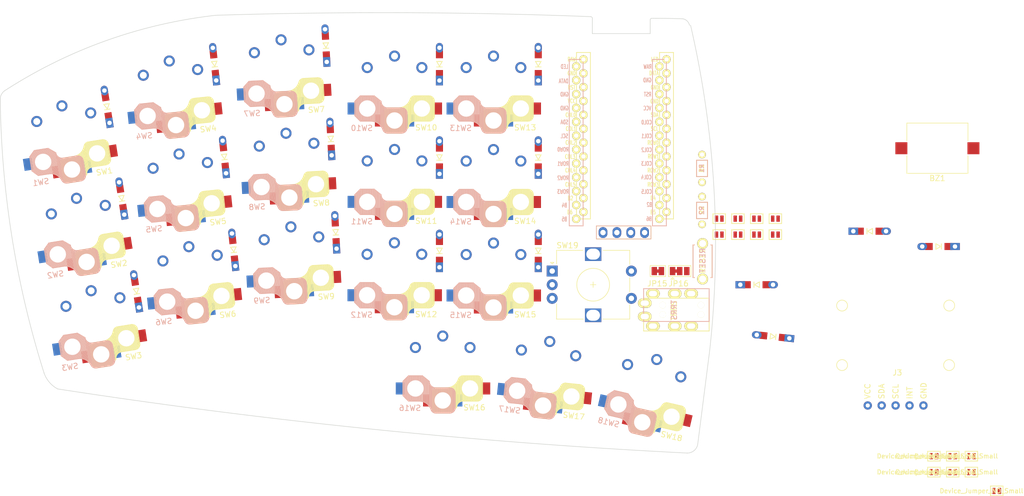
<source format=kicad_pcb>
(kicad_pcb (version 20221018) (generator pcbnew)
  (layers (0 "F.Cu" signal) (31 "B.Cu" signal) (34 "B.Paste" user) (35 "F.Paste" user) (36 "B.SilkS" user "B.Silkscreen") (37 "F.SilkS" user "F.Silkscreen") (38 "B.Mask" user) (39 "F.Mask" user) (44 "Edge.Cuts" user))
  (net 0 "")
  (net 1 "Net-(D1-A)")
  (net 2 "Net-(D2-A)")
  (net 3 "Net-(D3-A)")
  (net 4 "Net-(D4-A)")
  (net 5 "Net-(D5-A)")
  (net 6 "Net-(D6-A)")
  (net 7 "Net-(D7-A)")
  (net 8 "Net-(D8-A)")
  (net 9 "Net-(D9-A)")
  (net 10 "Net-(D10-A)")
  (net 11 "Net-(D11-A)")
  (net 12 "Net-(D12-A)")
  (net 13 "Net-(D13-A)")
  (net 14 "Net-(D14-A)")
  (net 15 "Net-(D15-A)")
  (net 16 "Net-(D16-A)")
  (net 17 "Net-(D17-A)")
  (net 18 "Net-(J1-Pin_1)")
  (net 19 "thumb")
  (net 20 "Net-(J1-Pin_2)")
  (net 21 "Net-(J1-Pin_3)")
  (net 22 "Net-(J1-Pin_4)")
  (net 23 "Net-(JP16-A)")
  (net 24 "Net-(JP15-A)")
  (net 25 "VCC")
  (net 26 "data")
  (net 27 "GND")
  (net 28 "SCL")
  (net 29 "SDA")
  (net 30 "reset")
  (net 31 "pinky")
  (net 32 "Net-(J3-Pin_1)")
  (net 33 "Net-(J3-Pin_2)")
  (net 34 "bottom")
  (net 35 "home")
  (net 36 "top")
  (net 37 "Net-(J3-Pin_3)")
  (net 38 "Net-(J3-Pin_4)")
  (net 39 "Net-(J3-Pin_5)")
  (net 40 "ENCA")
  (net 41 "ENCB")
  (net 42 "middle")
  (net 43 "SW18B")
  (net 44 "AUDIO")
  (net 45 "ring")
  (net 46 "index")
  (net 47 "far")
  (net 48 "SW19A")
  (net 49 "SW19B")
  (net 54 "Net-(D18-A)")
  (footprint "kbd:D3_TH_SMD_v2" (layer "F.Cu") (at 165.4 59.6 90)
    (fp_text reference "D10" hide)
    (fp_text value "type=\"D\" model=\"DIODE\" lib=\"\"" hide)
    (pad "1" thru_hole rect locked (at -3 0 90) (size 1.778 1.3) (drill 0.8128) (layers "*.Cu" "B.Mask") (net 10 "Net-(D10-A)"))
    (pad "1" smd rect locked (at -1.775 0 270) (size 1.4 1.3) (layers "F.Cu" "F.Paste" "F.Mask") (net 10 "Net-(D10-A)"))
    (pad "2" smd rect locked (at 1.775 0 270) (size 1.4 1.3) (layers "F.Cu" "F.Paste" "F.Mask") (net 36 "top"))
    (pad "2" thru_hole oval locked (at 3 0 90) (size 1.778 1.3) (drill 0.8128) (layers "*.Cu" "B.Mask") (net 36 "top"))
  )
  (footprint "kbd:D3_TH_SMD_v2" (layer "F.Cu") (at 127.7 93.6 96)
    (fp_text reference "D6" hide)
    (fp_text value "type=\"D\" model=\"DIODE\" lib=\"\"" hide)
    (pad "1" thru_hole rect locked (at -3 0 96) (size 1.778 1.3) (drill 0.8128) (layers "*.Cu" "B.Mask") (net 6 "Net-(D6-A)"))
    (pad "1" smd rect locked (at -1.775 0 276) (size 1.4 1.3) (layers "F.Cu" "F.Paste" "F.Mask") (net 6 "Net-(D6-A)"))
    (pad "2" smd rect locked (at 1.775 0 276) (size 1.4 1.3) (layers "F.Cu" "F.Paste" "F.Mask") (net 34 "bottom"))
    (pad "2" thru_hole oval locked (at 3 0 96) (size 1.778 1.3) (drill 0.8128) (layers "*.Cu" "B.Mask") (net 34 "bottom"))
  )
  (footprint "kbd:D3_TH_SMD_v2" (layer "F.Cu") (at 183.5 93.8 90)
    (fp_text reference "D15" hide)
    (fp_text value "type=\"D\" model=\"DIODE\" lib=\"\"" hide)
    (pad "1" thru_hole rect locked (at -3 0 90) (size 1.778 1.3) (drill 0.8128) (layers "*.Cu" "B.Mask") (net 15 "Net-(D15-A)"))
    (pad "1" smd rect locked (at -1.775 0 270) (size 1.4 1.3) (layers "F.Cu" "F.Paste" "F.Mask") (net 15 "Net-(D15-A)"))
    (pad "2" smd rect locked (at 1.775 0 270) (size 1.4 1.3) (layers "F.Cu" "F.Paste" "F.Mask") (net 35 "home"))
    (pad "2" thru_hole oval locked (at 3 0 90) (size 1.778 1.3) (drill 0.8128) (layers "*.Cu" "B.Mask") (net 35 "home"))
  )
  (footprint "keeb-footprints:ChocV1_V2_Hotswap_optional_reversed_choc_spacing" (layer "F.Cu") (at 157.15 98.225)
    (fp_text reference "SW12" (at 5.8 7.2 unlocked) (layer "F.SilkS"))
    (fp_text value "SW_PUSH" hide)
    (fp_text user "${REFERENCE}" (at -6 7.3 unlocked) (layer "B.SilkS") (effects (justify mirror)))
    (pad "" np_thru_hole circle locked (at -5.5 0 90) (size 1.8 1.8) (drill 1.8) (layers "*.Mask" "F.Cu" "In1.Cu" "B.Cu"))
    (pad "" np_thru_hole circle locked (at -5 3.7 90) (size 3 3) (drill 3) (layers "*.Mask" "F.Cu" "In1.Cu" "B.Cu"))
    (pad "" np_thru_hole circle locked (at 0 0 90) (size 3.4 3.4) (drill 3.4) (layers "*.Mask" "F.Cu" "In1.Cu" "B.Cu"))
    (pad "" np_thru_hole circle locked (at 0 5.9 90) (size 3 3) (drill 3) (layers "*.Mask" "F.Cu" "In1.Cu" "B.Cu"))
    (pad "" np_thru_hole circle locked (at 5 3.7 270) (size 3 3) (drill 3) (layers "*.Mask" "F.Cu" "In1.Cu" "B.Cu"))
    (pad "" np_thru_hole circle locked (at 5.5 0 90) (size 1.8 1.8) (drill 1.8) (layers "*.Mask" "F.Cu" "In1.Cu" "B.Cu"))
    (pad "1" smd rect locked (at -7.8 3.7 180) (size 1.6 2.2) (layers "B.Cu" "B.Paste" "B.Mask") (net 46 "index"))
    (pad "1" thru_hole circle locked (at 0 -5.9 180) (size 2.032 2.032) (drill 1.27) (layers "*.Mask" "F.Cu" "In1.Cu" "B.Cu") (net 46 "index"))
    (pad "1" smd rect locked (at 7.9 3.7 180) (size 1.6 2.2) (layers "F.Cu" "F.Paste" "F.Mask") (net 46 "index"))
    (pad "2" thru_hole circle locked (at -5 -3.8 180) (size 2.032 2.032) (drill 1.27) (layers "*.Mask" "F.Cu" "In1.Cu" "B.Cu") (net 12 "Net-(D12-A)"))
    (pad "2" smd rect locked (at -2.8 5.9 180) (size 1.6 2.2) (layers "F.Cu" "F.Paste" "F.Mask") (net 12 "Net-(D12-A)"))
    (pad "2" smd rect locked (at 2.8 5.9 180) (size 1.6 2.2) (layers "B.Cu" "B.Paste" "B.Mask") (net 12 "Net-(D12-A)"))
    (pad "2" thru_hole circle locked (at 5 -3.8 180) (size 2.032 2.032) (drill 1.27) (layers "*.Mask" "F.Cu" "In1.Cu" "B.Cu") (net 12 "Net-(D12-A)"))
  )
  (footprint "keeb-footprints:ChocV1_V2_Hotswap_optional_reversed_choc_spacing" (layer "F.Cu") (at 203.872789 119.448783 -13)
    (fp_text reference "SW18" (at 5.8 7.2 -13 unlocked) (layer "F.SilkS"))
    (fp_text value "SW_PUSH" hide)
    (fp_text user "${REFERENCE}" (at -6 7.3 -13 unlocked) (layer "B.SilkS") (effects (justify mirror)))
    (pad "" np_thru_hole circle (at -5.5 0 77) (size 1.8 1.8) (drill 1.8) (layers "*.Mask" "F.Cu" "In1.Cu" "B.Cu"))
    (pad "" np_thru_hole circle (at -5 3.7 77) (size 3 3) (drill 3) (layers "*.Mask" "F.Cu" "In1.Cu" "B.Cu"))
    (pad "" np_thru_hole circle (at 0 0 77) (size 3.4 3.4) (drill 3.4) (layers "*.Mask" "F.Cu" "In1.Cu" "B.Cu"))
    (pad "" np_thru_hole circle (at 0 5.9 77) (size 3 3) (drill 3) (layers "*.Mask" "F.Cu" "In1.Cu" "B.Cu"))
    (pad "" np_thru_hole circle (at 5 3.7 257) (size 3 3) (drill 3) (layers "*.Mask" "F.Cu" "In1.Cu" "B.Cu"))
    (pad "" np_thru_hole circle (at 5.5 0 77) (size 1.8 1.8) (drill 1.8) (layers "*.Mask" "F.Cu" "In1.Cu" "B.Cu"))
    (pad "1" smd rect (at -7.8 3.7 167) (size 1.6 2.2) (layers "B.Cu" "B.Paste" "B.Mask") (net 47 "far"))
    (pad "1" thru_hole circle (at 0 -5.9 167) (size 2.032 2.032) (drill 1.27) (layers "*.Mask" "F.Cu" "In1.Cu" "B.Cu") (net 47 "far"))
    (pad "1" smd rect (at 7.9 3.7 167) (size 1.6 2.2) (layers "F.Cu" "F.Paste" "F.Mask") (net 47 "far"))
    (pad "2" thru_hole circle (at -5 -3.8 167) (size 2.032 2.032) (drill 1.27) (layers "*.Mask" "F.Cu" "In1.Cu" "B.Cu") (net 54 "Net-(D18-A)"))
    (pad "2" smd rect (at -2.8 5.9 167) (size 1.6 2.2) (layers "F.Cu" "F.Paste" "F.Mask") (net 54 "Net-(D18-A)"))
    (pad "2" smd rect (at 2.8 5.9 167) (size 1.6 2.2) (layers "B.Cu" "B.Paste" "B.Mask") (net 54 "Net-(D18-A)"))
    (pad "2" thru_hole circle (at 5 -3.8 167) (size 2.032 2.032) (drill 1.27) (layers "*.Mask" "F.Cu" "In1.Cu" "B.Cu") (net 54 "Net-(D18-A)"))
  )
  (footprint "keeb-footprints:ChocV1_V2_Hotswap_optional_reversed_choc_spacing" (layer "F.Cu") (at 157.175 81.125)
    (fp_text reference "SW11" (at 5.8 7.2 unlocked) (layer "F.SilkS"))
    (fp_text value "SW_PUSH" hide)
    (fp_text user "${REFERENCE}" (at -6 7.3 unlocked) (layer "B.SilkS") (effects (justify mirror)))
    (pad "" np_thru_hole circle locked (at -5.5 0 90) (size 1.8 1.8) (drill 1.8) (layers "*.Mask" "F.Cu" "In1.Cu" "B.Cu"))
    (pad "" np_thru_hole circle locked (at -5 3.7 90) (size 3 3) (drill 3) (layers "*.Mask" "F.Cu" "In1.Cu" "B.Cu"))
    (pad "" np_thru_hole circle locked (at 0 0 90) (size 3.4 3.4) (drill 3.4) (layers "*.Mask" "F.Cu" "In1.Cu" "B.Cu"))
    (pad "" np_thru_hole circle locked (at 0 5.9 90) (size 3 3) (drill 3) (layers "*.Mask" "F.Cu" "In1.Cu" "B.Cu"))
    (pad "" np_thru_hole circle locked (at 5 3.7 270) (size 3 3) (drill 3) (layers "*.Mask" "F.Cu" "In1.Cu" "B.Cu"))
    (pad "" np_thru_hole circle locked (at 5.5 0 90) (size 1.8 1.8) (drill 1.8) (layers "*.Mask" "F.Cu" "In1.Cu" "B.Cu"))
    (pad "1" smd rect locked (at -7.8 3.7 180) (size 1.6 2.2) (layers "B.Cu" "B.Paste" "B.Mask") (net 46 "index"))
    (pad "1" thru_hole circle locked (at 0 -5.9 180) (size 2.032 2.032) (drill 1.27) (layers "*.Mask" "F.Cu" "In1.Cu" "B.Cu") (net 46 "index"))
    (pad "1" smd rect locked (at 7.9 3.7 180) (size 1.6 2.2) (layers "F.Cu" "F.Paste" "F.Mask") (net 46 "index"))
    (pad "2" thru_hole circle locked (at -5 -3.8 180) (size 2.032 2.032) (drill 1.27) (layers "*.Mask" "F.Cu" "In1.Cu" "B.Cu") (net 11 "Net-(D11-A)"))
    (pad "2" smd rect locked (at -2.8 5.9 180) (size 1.6 2.2) (layers "F.Cu" "F.Paste" "F.Mask") (net 11 "Net-(D11-A)"))
    (pad "2" smd rect locked (at 2.8 5.9 180) (size 1.6 2.2) (layers "B.Cu" "B.Paste" "B.Mask") (net 11 "Net-(D11-A)"))
    (pad "2" thru_hole circle locked (at 5 -3.8 180) (size 2.032 2.032) (drill 1.27) (layers "*.Mask" "F.Cu" "In1.Cu" "B.Cu") (net 11 "Net-(D11-A)"))
  )
  (footprint "kbd:Jumper" (layer "F.Cu") (at 216.64 90.82)
    (fp_text reference "JP4" hide)
    (fp_text value " " (at -2.794 0) (layer "F.SilkS") (effects (font (size 0.8128 0.8128))))
    (pad "1" smd rect (at -0.50038 0) (size 0.635 1.143) (layers "F.Cu" "F.Paste" "F.Mask") (net 29 "SDA") (clearance 0.1905))
    (pad "2" smd rect (at 0.50038 0) (size 0.635 1.143) (layers "F.Cu" "F.Paste" "F.Mask") (net 18 "Net-(J1-Pin_1)") (clearance 0.1905))
  )
  (footprint "keeb-footprints:SSD1306_128x64OLED" (layer "F.Cu") (at 199.161 80.398 180)
    (fp_text reference "J1" hide)
    (fp_text value "OLED" hide)
    (pad "1" thru_hole oval (at -3.815 -10.05 270) (size 2 1.6) (drill 1) (layers "F&B.Cu" "*.Mask") (net 18 "Net-(J1-Pin_1)"))
    (pad "2" thru_hole oval (at -1.275 -10.05 270) (size 2 1.6) (drill 1) (layers "F&B.Cu" "*.Mask") (net 20 "Net-(J1-Pin_2)"))
    (pad "3" thru_hole oval (at 1.265 -10.05 270) (size 2 1.6) (drill 1) (layers "F&B.Cu" "*.Mask") (net 21 "Net-(J1-Pin_3)"))
    (pad "4" thru_hole oval (at 3.805 -10.05 270) (size 2 1.6) (drill 1) (layers "F&B.Cu" "*.Mask") (net 22 "Net-(J1-Pin_4)"))
  )
  (footprint "kbd:Jumper" (layer "F.Cu") (at 262.83 134.32)
    (fp_text reference "JP13" hide)
    (fp_text value "Device_Jumper_NO_Small" (at -2.794 0) (layer "F.SilkS") (effects (font (size 0.8128 0.8128))))
    (pad "1" smd rect (at -0.50038 0) (size 0.635 1.143) (layers "F.Cu" "F.Paste" "F.Mask") (net 39 "Net-(J3-Pin_5)") (clearance 0.1905))
    (pad "2" smd rect (at 0.50038 0) (size 0.635 1.143) (layers "F.Cu" "F.Paste" "F.Mask") (net 27 "GND") (clearance 0.1905))
  )
  (footprint "kbd:D3_TH_SMD_v2" (layer "F.Cu") (at 256.825 93 180)
    (fp_text reference "D16" hide)
    (fp_text value "type=\"D\" model=\"DIODE\" lib=\"\"" hide)
    (pad "1" thru_hole rect locked (at -3 0 180) (size 1.778 1.3) (drill 0.8128) (layers "*.Cu" "B.Mask") (net 16 "Net-(D16-A)"))
    (pad "1" smd rect locked (at -1.775 0) (size 1.4 1.3) (layers "F.Cu" "F.Paste" "F.Mask") (net 16 "Net-(D16-A)"))
    (pad "2" smd rect locked (at 1.775 0) (size 1.4 1.3) (layers "F.Cu" "F.Paste" "F.Mask") (net 34 "bottom"))
    (pad "2" thru_hole oval locked (at 3 0 180) (size 1.778 1.3) (drill 0.8128) (layers "*.Cu" "B.Mask") (net 34 "bottom"))
  )
  (footprint "keeb-footprints:ChocV1_V2_Hotswap_optional_reversed_choc_spacing" (layer "F.Cu") (at 97.174311 73.072118 9)
    (fp_text reference "SW1" (at 5.8 7.2 9 unlocked) (layer "F.SilkS"))
    (fp_text value "SW_PUSH" hide)
    (fp_text user "${REFERENCE}" (at -6 7.3 9 unlocked) (layer "B.SilkS") (effects (justify mirror)))
    (pad "" np_thru_hole circle locked (at -5.5 0 99) (size 1.8 1.8) (drill 1.8) (layers "*.Mask" "F.Cu" "In1.Cu" "B.Cu"))
    (pad "" np_thru_hole circle locked (at -5 3.7 99) (size 3 3) (drill 3) (layers "*.Mask" "F.Cu" "In1.Cu" "B.Cu"))
    (pad "" np_thru_hole circle locked (at 0 0 99) (size 3.4 3.4) (drill 3.4) (layers "*.Mask" "F.Cu" "In1.Cu" "B.Cu"))
    (pad "" np_thru_hole circle locked (at 0 5.9 99) (size 3 3) (drill 3) (layers "*.Mask" "F.Cu" "In1.Cu" "B.Cu"))
    (pad "" np_thru_hole circle locked (at 5 3.7 279) (size 3 3) (drill 3) (layers "*.Mask" "F.Cu" "In1.Cu" "B.Cu"))
    (pad "" np_thru_hole circle locked (at 5.5 0 99) (size 1.8 1.8) (drill 1.8) (layers "*.Mask" "F.Cu" "In1.Cu" "B.Cu"))
    (pad "1" smd rect locked (at -7.8 3.7 189) (size 1.6 2.2) (layers "B.Cu" "B.Paste" "B.Mask") (net 31 "pinky"))
    (pad "1" thru_hole circle locked (at 0 -5.9 189) (size 2.032 2.032) (drill 1.27) (layers "*.Mask" "F.Cu" "In1.Cu" "B.Cu") (net 31 "pinky"))
    (pad "1" smd rect locked (at 7.9 3.7 189) (size 1.6 2.2) (layers "F.Cu" "F.Paste" "F.Mask") (net 31 "pinky"))
    (pad "2" thru_hole circle locked (at -5 -3.8 189) (size 2.032 2.032) (drill 1.27) (layers "*.Mask" "F.Cu" "In1.Cu" "B.Cu") (net 1 "Net-(D1-A)"))
    (pad "2" smd rect locked (at -2.8 5.9 189) (size 1.6 2.2) (layers "F.Cu" "F.Paste" "F.Mask") (net 1 "Net-(D1-A)"))
    (pad "2" smd rect locked (at 2.8 5.9 189) (size 1.6 2.2) (layers "B.Cu" "B.Paste" "B.Mask") (net 1 "Net-(D1-A)"))
    (pad "2" thru_hole circle locked (at 5 -3.8 189) (size 2.032 2.032) (drill 1.27) (layers "*.Mask" "F.Cu" "In1.Cu" "B.Cu") (net 1 "Net-(D1-A)"))
  )
  (footprint "kbd:D3_TH_SMD_v2" (layer "F.Cu") (at 165.4 93.8 90)
    (fp_text reference "D12" hide)
    (fp_text value "type=\"D\" model=\"DIODE\" lib=\"\"" hide)
    (pad "1" thru_hole rect locked (at -3 0 90) (size 1.778 1.3) (drill 0.8128) (layers "*.Cu" "B.Mask") (net 12 "Net-(D12-A)"))
    (pad "1" smd rect locked (at -1.775 0 270) (size 1.4 1.3) (layers "F.Cu" "F.Paste" "F.Mask") (net 12 "Net-(D12-A)"))
    (pad "2" smd rect locked (at 1.775 0 270) (size 1.4 1.3) (layers "F.Cu" "F.Paste" "F.Mask") (net 34 "bottom"))
    (pad "2" thru_hole oval locked (at 3 0 90) (size 1.778 1.3) (drill 0.8128) (layers "*.Cu" "B.Mask") (net 34 "bottom"))
  )
  (footprint "kbd:Jumper" (layer "F.Cu") (at 255.97 134.32)
    (fp_text reference "JP9" hide)
    (fp_text value "Device_Jumper_NO_Small" (at -2.794 0) (layer "F.SilkS") (effects (font (size 0.8128 0.8128))))
    (pad "1" smd rect (at -0.50038 0) (size 0.635 1.143) (layers "F.Cu" "F.Paste" "F.Mask") (net 33 "Net-(J3-Pin_2)") (clearance 0.1905))
    (pad "2" smd rect (at 0.50038 0) (size 0.635 1.143) (layers "F.Cu" "F.Paste" "F.Mask") (net 29 "SDA") (clearance 0.1905))
  )
  (footprint "keeb-footprints:ChocV1_V2_Hotswap_optional_reversed_choc_spacing" (layer "F.Cu") (at 116.531094 64.891825 6)
    (fp_text reference "SW4" (at 5.8 7.2 6 unlocked) (layer "F.SilkS"))
    (fp_text value "SW_PUSH" hide)
    (fp_text user "${REFERENCE}" (at -6 7.3 6 unlocked) (layer "B.SilkS") (effects (justify mirror)))
    (pad "" np_thru_hole circle locked (at -5.5 0 96) (size 1.8 1.8) (drill 1.8) (layers "*.Mask" "F.Cu" "In1.Cu" "B.Cu"))
    (pad "" np_thru_hole circle locked (at -5 3.7 96) (size 3 3) (drill 3) (layers "*.Mask" "F.Cu" "In1.Cu" "B.Cu"))
    (pad "" np_thru_hole circle locked (at 0 0 96) (size 3.4 3.4) (drill 3.4) (layers "*.Mask" "F.Cu" "In1.Cu" "B.Cu"))
    (pad "" np_thru_hole circle locked (at 0 5.9 96) (size 3 3) (drill 3) (layers "*.Mask" "F.Cu" "In1.Cu" "B.Cu"))
    (pad "" np_thru_hole circle locked (at 5 3.7 276) (size 3 3) (drill 3) (layers "*.Mask" "F.Cu" "In1.Cu" "B.Cu"))
    (pad "" np_thru_hole circle locked (at 5.5 0 96) (size 1.8 1.8) (drill 1.8) (layers "*.Mask" "F.Cu" "In1.Cu" "B.Cu"))
    (pad "1" smd rect locked (at -7.8 3.7 186) (size 1.6 2.2) (layers "B.Cu" "B.Paste" "B.Mask") (net 45 "ring"))
    (pad "1" thru_hole circle locked (at 0 -5.9 186) (size 2.032 2.032) (drill 1.27) (layers "*.Mask" "F.Cu" "In1.Cu" "B.Cu") (net 45 "ring"))
    (pad "1" smd rect locked (at 7.9 3.7 186) (size 1.6 2.2) (layers "F.Cu" "F.Paste" "F.Mask") (net 45 "ring"))
    (pad "2" thru_hole circle locked (at -5 -3.8 186) (size 2.032 2.032) (drill 1.27) (layers "*.Mask" "F.Cu" "In1.Cu" "B.Cu") (net 4 "Net-(D4-A)"))
    (pad "2" smd rect locked (at -2.8 5.9 186) (size 1.6 2.2) (layers "F.Cu" "F.Paste" "F.Mask") (net 4 "Net-(D4-A)"))
    (pad "2" smd rect locked (at 2.8 5.9 186) (size 1.6 2.2) (layers "B.Cu" "B.Paste" "B.Mask") (net 4 "Net-(D4-A)"))
    (pad "2" thru_hole circle locked (at 5 -3.8 186) (size 2.032 2.032) (drill 1.27) (layers "*.Mask" "F.Cu" "In1.Cu" "B.Cu") (net 4 "Net-(D4-A)"))
  )
  (footprint "kbd:Jumper" (layer "F.Cu") (at 262.83 131.4)
    (fp_text reference "JP12" hide)
    (fp_text value "Device_Jumper_NO_Small" (at -2.794 0) (layer "F.SilkS") (effects (font (size 0.8128 0.8128))))
    (pad "1" smd rect (at -0.50038 0) (size 0.635 1.143) (layers "F.Cu" "F.Paste" "F.Mask") (net 32 "Net-(J3-Pin_1)") (clearance 0.1905))
    (pad "2" smd rect (at 0.50038 0) (size 0.635 1.143) (layers "F.Cu" "F.Paste" "F.Mask") (net 27 "GND") (clearance 0.1905))
  )
  (footprint "keeb-footprints:ChocV1_V2_Hotswap_optional_reversed_choc_spacing" (layer "F.Cu") (at 102.525689 106.927882 9)
    (fp_text reference "SW3" (at 5.8 7.2 9 unlocked) (layer "F.SilkS"))
    (fp_text value "SW_PUSH" hide)
    (fp_text user "${REFERENCE}" (at -6 7.3 9 unlocked) (layer "B.SilkS") (effects (justify mirror)))
    (pad "" np_thru_hole circle locked (at -5.5 0 99) (size 1.8 1.8) (drill 1.8) (layers "*.Mask" "F.Cu" "In1.Cu" "B.Cu"))
    (pad "" np_thru_hole circle locked (at -5 3.7 99) (size 3 3) (drill 3) (layers "*.Mask" "F.Cu" "In1.Cu" "B.Cu"))
    (pad "" np_thru_hole circle locked (at 0 0 99) (size 3.4 3.4) (drill 3.4) (layers "*.Mask" "F.Cu" "In1.Cu" "B.Cu"))
    (pad "" np_thru_hole circle locked (at 0 5.9 99) (size 3 3) (drill 3) (layers "*.Mask" "F.Cu" "In1.Cu" "B.Cu"))
    (pad "" np_thru_hole circle locked (at 5 3.7 279) (size 3 3) (drill 3) (layers "*.Mask" "F.Cu" "In1.Cu" "B.Cu"))
    (pad "" np_thru_hole circle locked (at 5.5 0 99) (size 1.8 1.8) (drill 1.8) (layers "*.Mask" "F.Cu" "In1.Cu" "B.Cu"))
    (pad "1" smd rect locked (at -7.8 3.7 189) (size 1.6 2.2) (layers "B.Cu" "B.Paste" "B.Mask") (net 31 "pinky"))
    (pad "1" thru_hole circle locked (at 0 -5.9 189) (size 2.032 2.032) (drill 1.27) (layers "*.Mask" "F.Cu" "In1.Cu" "B.Cu") (net 31 "pinky"))
    (pad "1" smd rect locked (at 7.9 3.7 189) (size 1.6 2.2) (layers "F.Cu" "F.Paste" "F.Mask") (net 31 "pinky"))
    (pad "2" thru_hole circle locked (at -5 -3.8 189) (size 2.032 2.032) (drill 1.27) (layers "*.Mask" "F.Cu" "In1.Cu" "B.Cu") (net 3 "Net-(D3-A)"))
    (pad "2" smd rect locked (at -2.8 5.9 189) (size 1.6 2.2) (layers "F.Cu" "F.Paste" "F.Mask") (net 3 "Net-(D3-A)"))
    (pad "2" smd rect locked (at 2.8 5.9 189) (size 1.6 2.2) (layers "B.Cu" "B.Paste" "B.Mask") (net 3 "Net-(D3-A)"))
    (pad "2" thru_hole circle locked (at 5 -3.8 189) (size 2.032 2.032) (drill 1.27) (layers "*.Mask" "F.Cu" "In1.Cu" "B.Cu") (net 3 "Net-(D3-A)"))
  )
  (footprint "keeb-footprints:ChocV1_V2_Hotswap_optional_reversed_choc_spacing" (layer "F.Cu") (at 157.175 64.025)
    (fp_text reference "SW10" (at 5.8 7.2 unlocked) (layer "F.SilkS"))
    (fp_text value "SW_PUSH" hide)
    (fp_text user "${REFERENCE}" (at -6 7.3 unlocked) (layer "B.SilkS") (effects (justify mirror)))
    (pad "" np_thru_hole circle locked (at -5.5 0 90) (size 1.8 1.8) (drill 1.8) (layers "*.Mask" "F.Cu" "In1.Cu" "B.Cu"))
    (pad "" np_thru_hole circle locked (at -5 3.7 90) (size 3 3) (drill 3) (layers "*.Mask" "F.Cu" "In1.Cu" "B.Cu"))
    (pad "" np_thru_hole circle locked (at 0 0 90) (size 3.4 3.4) (drill 3.4) (layers "*.Mask" "F.Cu" "In1.Cu" "B.Cu"))
    (pad "" np_thru_hole circle locked (at 0 5.9 90) (size 3 3) (drill 3) (layers "*.Mask" "F.Cu" "In1.Cu" "B.Cu"))
    (pad "" np_thru_hole circle locked (at 5 3.7 270) (size 3 3) (drill 3) (layers "*.Mask" "F.Cu" "In1.Cu" "B.Cu"))
    (pad "" np_thru_hole circle locked (at 5.5 0 90) (size 1.8 1.8) (drill 1.8) (layers "*.Mask" "F.Cu" "In1.Cu" "B.Cu"))
    (pad "1" smd rect locked (at -7.8 3.7 180) (size 1.6 2.2) (layers "B.Cu" "B.Paste" "B.Mask") (net 46 "index"))
    (pad "1" thru_hole circle locked (at 0 -5.9 180) (size 2.032 2.032) (drill 1.27) (layers "*.Mask" "F.Cu" "In1.Cu" "B.Cu") (net 46 "index"))
    (pad "1" smd rect locked (at 7.9 3.7 180) (size 1.6 2.2) (layers "F.Cu" "F.Paste" "F.Mask") (net 46 "index"))
    (pad "2" thru_hole circle locked (at -5 -3.8 180) (size 2.032 2.032) (drill 1.27) (layers "*.Mask" "F.Cu" "In1.Cu" "B.Cu") (net 10 "Net-(D10-A)"))
    (pad "2" smd rect locked (at -2.8 5.9 180) (size 1.6 2.2) (layers "F.Cu" "F.Paste" "F.Mask") (net 10 "Net-(D10-A)"))
    (pad "2" smd rect locked (at 2.8 5.9 180) (size 1.6 2.2) (layers "B.Cu" "B.Paste" "B.Mask") (net 10 "Net-(D10-A)"))
    (pad "2" thru_hole circle locked (at 5 -3.8 180) (size 2.032 2.032) (drill 1.27) (layers "*.Mask" "F.Cu" "In1.Cu" "B.Cu") (net 10 "Net-(D10-A)"))
  )
  (footprint "kbd:R" (layer "F.Cu") (at 213.5 78.7 90)
    (fp_text reference "R1" (at 0.05 -0.08 90) (layer "F.SilkS") (effects (font (size 0.8128 0.8128))))
    (fp_text value "R" hide)
    (fp_text user "R1" (at 0 -0.0635 90) (layer "B.SilkS") (effects (font (size 0.8128 0.8128)) (justify mirror)))
    (pad "1" thru_hole circle (at -2.54 0 90) (size 1.397 1.397) (drill 0.8128) (layers "*.Cu" "*.Mask" "F.SilkS") (net 25 "VCC"))
    (pad "2" thru_hole circle (at 2.54 0 90) (size 1.397 1.397) (drill 0.8128) (layers "*.Cu" "*.Mask" "F.SilkS") (net 29 "SDA"))
  )
  (footprint "kbd:D3_TH_SMD_v2" (layer "F.Cu") (at 144.6 56.2 93)
    (fp_text reference "D7" hide)
    (fp_text value "type=\"D\" model=\"DIODE\" lib=\"\"" hide)
    (pad "1" thru_hole rect locked (at -3 0 93) (size 1.778 1.3) (drill 0.8128) (layers "*.Cu" "B.Mask") (net 7 "Net-(D7-A)"))
    (pad "1" smd rect locked (at -1.775 0 273) (size 1.4 1.3) (layers "F.Cu" "F.Paste" "F.Mask") (net 7 "Net-(D7-A)"))
    (pad "2" smd rect locked (at 1.775 0 273) (size 1.4 1.3) (layers "F.Cu" "F.Paste" "F.Mask") (net 36 "top"))
    (pad "2" thru_hole oval locked (at 3 0 93) (size 1.778 1.3) (drill 0.8128) (layers "*.Cu" "B.Mask") (net 36 "top"))
  )
  (footprint "keeb-footprints:ChocV1_V2_Hotswap_optional_reversed_choc_spacing" (layer "F.Cu") (at 99.85 90 9)
    (fp_text reference "SW2" (at 5.8 7.2 9 unlocked) (layer "F.SilkS"))
    (fp_text value "SW_PUSH" hide)
    (fp_text user "${REFERENCE}" (at -6 7.3 9 unlocked) (layer "B.SilkS") (effects (justify mirror)))
    (pad "" np_thru_hole circle locked (at -5.5 0 99) (size 1.8 1.8) (drill 1.8) (layers "*.Mask" "F.Cu" "In1.Cu" "B.Cu"))
    (pad "" np_thru_hole circle locked (at -5 3.7 99) (size 3 3) (drill 3) (layers "*.Mask" "F.Cu" "In1.Cu" "B.Cu"))
    (pad "" np_thru_hole circle locked (at 0 0 99) (size 3.4 3.4) (drill 3.4) (layers "*.Mask" "F.Cu" "In1.Cu" "B.Cu"))
    (pad "" np_thru_hole circle locked (at 0 5.9 99) (size 3 3) (drill 3) (layers "*.Mask" "F.Cu" "In1.Cu" "B.Cu"))
    (pad "" np_thru_hole circle locked (at 5 3.7 279) (size 3 3) (drill 3) (layers "*.Mask" "F.Cu" "In1.Cu" "B.Cu"))
    (pad "" np_thru_hole circle locked (at 5.5 0 99) (size 1.8 1.8) (drill 1.8) (layers "*.Mask" "F.Cu" "In1.Cu" "B.Cu"))
    (pad "1" smd rect locked (at -7.8 3.7 189) (size 1.6 2.2) (layers "B.Cu" "B.Paste" "B.Mask") (net 31 "pinky"))
    (pad "1" thru_hole circle locked (at 0 -5.9 189) (size 2.032 2.032) (drill 1.27) (layers "*.Mask" "F.Cu" "In1.Cu" "B.Cu") (net 31 "pinky"))
    (pad "1" smd rect locked (at 7.9 3.7 189) (size 1.6 2.2) (layers "F.Cu" "F.Paste" "F.Mask") (net 31 "pinky"))
    (pad "2" thru_hole circle locked (at -5 -3.8 189) (size 2.032 2.032) (drill 1.27) (layers "*.Mask" "F.Cu" "In1.Cu" "B.Cu") (net 2 "Net-(D2-A)"))
    (pad "2" smd rect locked (at -2.8 5.9 189) (size 1.6 2.2) (layers "F.Cu" "F.Paste" "F.Mask") (net 2 "Net-(D2-A)"))
    (pad "2" smd rect locked (at 2.8 5.9 189) (size 1.6 2.2) (layers "B.Cu" "B.Paste" "B.Mask") (net 2 "Net-(D2-A)"))
    (pad "2" thru_hole circle locked (at 5 -3.8 189) (size 2.032 2.032) (drill 1.27) (layers "*.Mask" "F.Cu" "In1.Cu" "B.Cu") (net 2 "Net-(D2-A)"))
  )
  (footprint "kbd:Jumper" (layer "F.Cu") (at 255.97 131.4)
    (fp_text reference "JP10" hide)
    (fp_text value "Device_Jumper_NO_Small" (at -2.794 0) (layer "F.SilkS") (effects (font (size 0.8128 0.8128))))
    (pad "1" smd rect (at -0.50038 0) (size 0.635 1.143) (layers "F.Cu" "F.Paste" "F.Mask") (net 37 "Net-(J3-Pin_3)") (clearance 0.1905))
    (pad "2" smd rect (at 0.50038 0) (size 0.635 1.143) (layers "F.Cu" "F.Paste" "F.Mask") (net 28 "SCL") (clearance 0.1905))
  )
  (footprint "keeb-footprints:ChocV1_V2_Hotswap_optional_reversed_choc_spacing" (layer "F.Cu") (at 120.1159 98.900819 6)
    (fp_text reference "SW6" (at 5.8 7.2 6 unlocked) (layer "F.SilkS"))
    (fp_text value "SW_PUSH" hide)
    (fp_text user "${REFERENCE}" (at -6 7.3 6 unlocked) (layer "B.SilkS") (effects (justify mirror)))
    (pad "" np_thru_hole circle locked (at -5.5 0 96) (size 1.8 1.8) (drill 1.8) (layers "*.Mask" "F.Cu" "In1.Cu" "B.Cu"))
    (pad "" np_thru_hole circle locked (at -5 3.7 96) (size 3 3) (drill 3) (layers "*.Mask" "F.Cu" "In1.Cu" "B.Cu"))
    (pad "" np_thru_hole circle locked (at 0 0 96) (size 3.4 3.4) (drill 3.4) (layers "*.Mask" "F.Cu" "In1.Cu" "B.Cu"))
    (pad "" np_thru_hole circle locked (at 0 5.9 96) (size 3 3) (drill 3) (layers "*.Mask" "F.Cu" "In1.Cu" "B.Cu"))
    (pad "" np_thru_hole circle locked (at 5 3.7 276) (size 3 3) (drill 3) (layers "*.Mask" "F.Cu" "In1.Cu" "B.Cu"))
    (pad "" np_thru_hole circle locked (at 5.5 0 96) (size 1.8 1.8) (drill 1.8) (layers "*.Mask" "F.Cu" "In1.Cu" "B.Cu"))
    (pad "1" smd rect locked (at -7.8 3.7 186) (size 1.6 2.2) (layers "B.Cu" "B.Paste" "B.Mask") (net 45 "ring"))
    (pad "1" thru_hole circle locked (at 0 -5.9 186) (size 2.032 2.032) (drill 1.27) (layers "*.Mask" "F.Cu" "In1.Cu" "B.Cu") (net 45 "ring"))
    (pad "1" smd rect locked (at 7.9 3.7 186) (size 1.6 2.2) (layers "F.Cu" "F.Paste" "F.Mask") (net 45 "ring"))
    (pad "2" thru_hole circle locked (at -5 -3.8 186) (size 2.032 2.032) (drill 1.27) (layers "*.Mask" "F.Cu" "In1.Cu" "B.Cu") (net 6 "Net-(D6-A)"))
    (pad "2" smd rect locked (at -2.8 5.9 186) (size 1.6 2.2) (layers "F.Cu" "F.Paste" "F.Mask") (net 6 "Net-(D6-A)"))
    (pad "2" smd rect locked (at 2.8 5.9 186) (size 1.6 2.2) (layers "B.Cu" "B.Paste" "B.Mask") (net 6 "Net-(D6-A)"))
    (pad "2" thru_hole circle locked (at 5 -3.8 186) (size 2.032 2.032) (drill 1.27) (layers "*.Mask" "F.Cu" "In1.Cu" "B.Cu") (net 6 "Net-(D6-A)"))
  )
  (footprint "kbd:D3_TH_SMD_v2" (layer "F.Cu") (at 126 76.6 96)
    (fp_text reference "D5" hide)
    (fp_text value "type=\"D\" model=\"DIODE\" lib=\"\"" hide)
    (pad "1" thru_hole rect locked (at -3 0 96) (size 1.778 1.3) (drill 0.8128) (layers "*.Cu" "B.Mask") (net 5 "Net-(D5-A)"))
    (pad "1" smd rect locked (at -1.775 0 276) (size 1.4 1.3) (layers "F.Cu" "F.Paste" "F.Mask") (net 5 "Net-(D5-A)"))
    (pad "2" smd rect locked (at 1.775 0 276) (size 1.4 1.3) (layers "F.Cu" "F.Paste" "F.Mask") (net 35 "home"))
    (pad "2" thru_hole oval locked (at 3 0 96) (size 1.778 1.3) (drill 0.8128) (layers "*.Cu" "B.Mask") (net 35 "home"))
  )
  (footprint "keeb-footprints:ChocV1_V2_Hotswap_optional_reversed_choc_spacing" (layer "F.Cu") (at 166 115.3)
    (fp_text reference "SW16" (at 5.8 7.2 unlocked) (layer "F.SilkS"))
    (fp_text value "SW_PUSH" hide)
    (fp_text user "${REFERENCE}" (at -6 7.3 unlocked) (layer "B.SilkS") (effects (justify mirror)))
    (pad "" np_thru_hole circle (at -5.5 0 90) (size 1.8 1.8) (drill 1.8) (layers "*.Mask" "F.Cu" "In1.Cu" "B.Cu"))
    (pad "" np_thru_hole circle (at -5 3.7 90) (size 3 3) (drill 3) (layers "*.Mask" "F.Cu" "In1.Cu" "B.Cu"))
    (pad "" np_thru_hole circle (at 0 0 90) (size 3.4 3.4) (drill 3.4) (layers "*.Mask" "F.Cu" "In1.Cu" "B.Cu"))
    (pad "" np_thru_hole circle (at 0 5.9 90) (size 3 3) (drill 3) (layers "*.Mask" "F.Cu" "In1.Cu" "B.Cu"))
    (pad "" np_thru_hole circle (at 5 3.7 270) (size 3 3) (drill 3) (layers "*.Mask" "F.Cu" "In1.Cu" "B.Cu"))
    (pad "" np_thru_hole circle (at 5.5 0 90) (size 1.8 1.8) (drill 1.8) (layers "*.Mask" "F.Cu" "In1.Cu" "B.Cu"))
    (pad "1" smd rect (at -7.8 3.7 180) (size 1.6 2.2) (layers "B.Cu" "B.Paste" "B.Mask") (net 42 "middle"))
    (pad "1" thru_hole circle (at 0 -5.9 180) (size 2.032 2.032) (drill 1.27) (layers "*.Mask" "F.Cu" "In1.Cu" "B.Cu") (net 42 "middle"))
    (pad "1" smd rect (at 7.9 3.7 180) (size 1.6 2.2) (layers "F.Cu" "F.Paste" "F.Mask") (net 42 "middle"))
    (pad "2" thru_hole circle (at -5 -3.8 180) (size 2.032 2.032) (drill 1.27) (layers "*.Mask" "F.Cu" "In1.Cu" "B.Cu") (net 13 "Net-(D13-A)"))
    (pad "2" smd rect (at -2.8 5.9 180) (size 1.6 2.2) (layers "F.Cu" "F.Paste" "F.Mask") (net 13 "Net-(D13-A)"))
    (pad "2" smd rect (at 2.8 5.9 180) (size 1.6 2.2) (layers "B.Cu" "B.Paste" "B.Mask") (net 13 "Net-(D13-A)"))
    (pad "2" thru_hole circle (at 5 -3.8 180) (size 2.032 2.032) (drill 1.27) (layers "*.Mask" "F.Cu" "In1.Cu" "B.Cu") (net 13 "Net-(D13-A)"))
  )
  (footprint "kbd:Jumper" (layer "F.Cu") (at 226.93 90.82)
    (fp_text reference "JP7" hide)
    (fp_text value " " (at -2.794 0) (layer "F.SilkS") (effects (font (size 0.8128 0.8128))))
    (pad "1" smd rect (at -0.50038 0) (size 0.635 1.143) (layers "F.Cu" "F.Paste" "F.Mask") (net 25 "VCC") (clearance 0.1905))
    (pad "2" smd rect (at 0.50038 0) (size 0.635 1.143) (layers "F.Cu" "F.Paste" "F.Mask") (net 20 "Net-(J1-Pin_2)") (clearance 0.1905))
  )
  (footprint "keeb-footprints:ChocV1_V2_Hotswap_optional_reversed_choc_spacing" (layer "F.Cu") (at 137.601134 78.15 3)
    (fp_text reference "SW8" (at 5.8 7.2 3 unlocked) (layer "F.SilkS"))
    (fp_text value "SW_PUSH" hide)
    (fp_text user "${REFERENCE}" (at -6 7.3 3 unlocked) (layer "B.SilkS") (effects (justify mirror)))
    (pad "" np_thru_hole circle locked (at -5.5 0 93) (size 1.8 1.8) (drill 1.8) (layers "*.Mask" "F.Cu" "In1.Cu" "B.Cu"))
    (pad "" np_thru_hole circle locked (at -5 3.7 93) (size 3 3) (drill 3) (layers "*.Mask" "F.Cu" "In1.Cu" "B.Cu"))
    (pad "" np_thru_hole circle locked (at 0 0 93) (size 3.4 3.4) (drill 3.4) (layers "*.Mask" "F.Cu" "In1.Cu" "B.Cu"))
    (pad "" np_thru_hole circle locked (at 0 5.9 93) (size 3 3) (drill 3) (layers "*.Mask" "F.Cu" "In1.Cu" "B.Cu"))
    (pad "" np_thru_hole circle locked (at 5 3.7 273) (size 3 3) (drill 3) (layers "*.Mask" "F.Cu" "In1.Cu" "B.Cu"))
    (pad "" np_thru_hole circle locked (at 5.5 0 93) (size 1.8 1.8) (drill 1.8) (layers "*.Mask" "F.Cu" "In1.Cu" "B.Cu"))
    (pad "1" smd rect locked (at -7.8 3.7 183) (size 1.6 2.2) (layers "B.Cu" "B.Paste" "B.Mask") (net 42 "middle"))
    (pad "1" thru_hole circle locked (at 0 -5.9 183) (size 2.032 2.032) (drill 1.27) (layers "*.Mask" "F.Cu" "In1.Cu" "B.Cu") (net 42 "middle"))
    (pad "1" smd rect locked (at 7.9 3.7 183) (size 1.6 2.2) (layers "F.Cu" "F.Paste" "F.Mask") (net 42 "middle"))
    (pad "2" thru_hole circle locked (at -5 -3.8 183) (size 2.032 2.032) (drill 1.27) (layers "*.Mask" "F.Cu" "In1.Cu" "B.Cu") (net 8 "Net-(D8-A)"))
    (pad "2" smd rect locked (at -2.8 5.9 183) (size 1.6 2.2) (layers "F.Cu" "F.Paste" "F.Mask") (net 8 "Net-(D8-A)"))
    (pad "2" smd rect locked (at 2.8 5.9 183) (size 1.6 2.2) (layers "B.Cu" "B.Paste" "B.Mask") (net 8 "Net-(D8-A)"))
    (pad "2" thru_hole circle locked (at 5 -3.8 183) (size 2.032 2.032) (drill 1.27) (layers "*.Mask" "F.Cu" "In1.Cu" "B.Cu") (net 8 "Net-(D8-A)"))
  )
  (footprint "keeb-footprints:ChocV1_V2_Hotswap_optional_reversed_choc_spacing" (layer "F.Cu") (at 175.299999 81.148667)
    (fp_text reference "SW14" (at 5.8 7.2 unlocked) (layer "F.SilkS"))
    (fp_text value "SW_PUSH" hide)
    (fp_text user "${REFERENCE}" (at -6 7.3 unlocked) (layer "B.SilkS") (effects (justify mirror)))
    (pad "" np_thru_hole circle locked (at -5.5 0 90) (size 1.8 1.8) (drill 1.8) (layers "*.Mask" "F.Cu" "In1.Cu" "B.Cu"))
    (pad "" np_thru_hole circle locked (at -5 3.7 90) (size 3 3) (drill 3) (layers "*.Mask" "F.Cu" "In1.Cu" "B.Cu"))
    (pad "" np_thru_hole circle locked (at 0 0 90) (size 3.4 3.4) (drill 3.4) (layers "*.Mask" "F.Cu" "In1.Cu" "B.Cu"))
    (pad "" np_thru_hole circle locked (at 0 5.9 90) (size 3 3) (drill 3) (layers "*.Mask" "F.Cu" "In1.Cu" "B.Cu"))
    (pad "" np_thru_hole circle locked (at 5 3.7 270) (size 3 3) (drill 3) (layers "*.Mask" "F.Cu" "In1.Cu" "B.Cu"))
    (pad "" np_thru_hole circle locked (at 5.5 0 90) (size 1.8 1.8) (drill 1.8) (layers "*.Mask" "F.Cu" "In1.Cu" "B.Cu"))
    (pad "1" smd rect locked (at -7.8 3.7 180) (size 1.6 2.2) (layers "B.Cu" "B.Paste" "B.Mask") (net 47 "far"))
    (pad "1" thru_hole circle locked (at 0 -5.9 180) (size 2.032 2.032) (drill 1.27) (layers "*.Mask" "F.Cu" "In1.Cu" "B.Cu") (net 47 "far"))
    (pad "1" smd rect locked (at 7.9 3.7 180) (size 1.6 2.2) (layers "F.Cu" "F.Paste" "F.Mask") (net 47 "far"))
    (pad "2" thru_hole circle locked (at -5 -3.8 180) (size 2.032 2.032) (drill 1.27) (layers "*.Mask" "F.Cu" "In1.Cu" "B.Cu") (net 15 "Net-(D15-A)"))
    (pad "2" smd rect locked (at -2.8 5.9 180) (size 1.6 2.2) (layers "F.Cu" "F.Paste" "F.Mask") (net 15 "Net-(D15-A)"))
    (pad "2" smd rect locked (at 2.8 5.9 180) (size 1.6 2.2) (layers "B.Cu" "B.Paste" "B.Mask") (net 15 "Net-(D15-A)"))
    (pad "2" thru_hole circle locked (at 5 -3.8 180) (size 2.032 2.032) (drill 1.27) (layers "*.Mask" "F.Cu" "In1.Cu" "B.Cu") (net 15 "Net-(D15-A)"))
  )
  (footprint "keeb-footprints:ChocV1_V2_Hotswap_optional_reversed_choc_spacing" (layer "F.Cu") (at 136.698418 61.039154 3)
    (fp_text reference "SW7" (at 5.8 7.2 3 unlocked) (layer "F.SilkS"))
    (fp_text value "SW_PUSH" hide)
    (fp_text user "${REFERENCE}" (at -6 7.3 3 unlocked) (layer "B.SilkS") (effects (justify mirror)))
    (pad "" np_thru_hole circle locked (at -5.5 0 93) (size 1.8 1.8) (drill 1.8) (layers "*.Mask" "F.Cu" "In1.Cu" "B.Cu"))
    (pad "" np_thru_hole circle locked (at -5 3.7 93) (size 3 3) (drill 3) (layers "*.Mask" "F.Cu" "In1.Cu" "B.Cu"))
    (pad "" np_thru_hole circle locked (at 0 0 93) (size 3.4 3.4) (drill 3.4) (layers "*.Mask" "F.Cu" "In1.Cu" "B.Cu"))
    (pad "" np_thru_hole circle locked (at 0 5.9 93) (size 3 3) (drill 3) (layers "*.Mask" "F.Cu" "In1.Cu" "B.Cu"))
    (pad "" np_thru_hole circle locked (at 5 3.7 273) (size 3 3) (drill 3) (layers "*.Mask" "F.Cu" "In1.Cu" "B.Cu"))
    (pad "" np_thru_hole circle locked (at 5.5 0 93) (size 1.8 1.8) (drill 1.8) (layers "*.Mask" "F.Cu" "In1.Cu" "B.Cu"))
    (pad "1" smd rect locked (at -7.8 3.7 183) (size 1.6 2.2) (layers "B.Cu" "B.Paste" "B.Mask") (net 42 "middle"))
    (pad "1" thru_hole circle locked (at 0 -5.9 183) (size 2.032 2.032) (drill 1.27) (layers "*.Mask" "F.Cu" "In1.Cu" "B.Cu") (net 42 "middle"))
    (pad "1" smd rect locked (at 7.9 3.7 183) (size 1.6 2.2) (layers "F.Cu" "F.Paste" "F.Mask") (net 42 "middle"))
    (pad "2" thru_hole circle locked (at -5 -3.8 183) (size 2.032 2.032) (drill 1.27) (layers "*.Mask" "F.Cu" "In1.Cu" "B.Cu") (net 7 "Net-(D7-A)"))
    (pad "2" smd rect locked (at -2.8 5.9 183) (size 1.6 2.2) (layers "F.Cu" "F.Paste" "F.Mask") (net 7 "Net-(D7-A)"))
    (pad "2" smd rect locked (at 2.8 5.9 183) (size 1.6 2.2) (layers "B.Cu" "B.Paste" "B.Mask") (net 7 "Net-(D7-A)"))
    (pad "2" thru_hole circle locked (at 5 -3.8 183) (size 2.032 2.032) (drill 1.27) (layers "*.Mask" "F.Cu" "In1.Cu" "B.Cu") (net 7 "Net-(D7-A)"))
  )
  (footprint "kbd:Jumper" (layer "F.Cu") (at 259.4 131.4)
    (fp_text reference "JP14" hide)
    (fp_text value "Device_Jumper_NO_Small" (at -2.794 0) (layer "F.SilkS") (effects (font (size 0.8128 0.8128))))
    (pad "1" smd rect (at -0.50038 0) (size 0.635 1.143) (layers "F.Cu" "F.Paste" "F.Mask") (net 38 "Net-(J3-Pin_4)") (clearance 0.1905))
    (pad "2" smd rect (at 0.50038 0) (size 0.635 1.143) (layers "F.Cu" "F.Paste" "F.Mask") (net 29 "SDA") (clearance 0.1905))
  )
  (footprint "kbd:Jumper" (layer "F.Cu") (at 226.93 87.9)
    (fp_text reference "JP3" hide)
    (fp_text value " " (at -2.794 0) (layer "F.SilkS") (effects (font (size 0.8128 0.8128))))
    (pad "1" smd rect (at -0.50038 0) (size 0.635 1.143) (layers "F.Cu" "F.Paste" "F.Mask") (net 28 "SCL") (clearance 0.1905))
    (pad "2" smd rect (at 0.50038 0) (size 0.635 1.143) (layers "F.Cu" "F.Paste" "F.Mask") (net 20 "Net-(J1-Pin_2)") (clearance 0.1905))
  )
  (footprint "Rotary_Encoder:RotaryEncoder_Alps_EC12E-Switch_Vertical_H20mm" (layer "F.Cu") (at 186.05 97.5)
    (fp_text reference "SW19" (at 2.8 -4.7) (layer "F.SilkS"))
    (fp_text value "RotaryEncoder_Switch" hide)
    (pad "" thru_hole rect (at 7.5 -3.1) (size 3 2.5) (drill oval 2.5 2) (layers "*.Cu" "*.Mask"))
    (pad "" thru_hole rect (at 7.5 8.1) (size 3 2.5) (drill oval 2.5 2) (layers "*.Cu" "*.Mask"))
    (pad "A" thru_hole rect (at 0 0) (size 2 2) (drill 1) (layers "*.Cu" "*.Mask") (net 40 "ENCA"))
    (pad "B" thru_hole circle (at 0 5) (size 2 2) (drill 1) (layers "*.Cu" "*.Mask") (net 41 "ENCB"))
    (pad "C" thru_hole circle (at 0 2.5) (size 2 2) (drill 1) (layers "*.Cu" "*.Mask") (net 27 "GND"))
    (pad "S1" thru_hole circle (at 14.5 0) (size 2 2) (drill 1) (layers "*.Cu" "*.Mask") (net 48 "SW19A"))
    (pad "S2" thru_hole circle (at 14.5 5) (size 2 2) (drill 1) (layers "*.Cu" "*.Mask") (net 49 "SW19B"))
  )
  (footprint "kbd:Jumper" (layer "F.Cu") (at 259.4 134.32)
    (fp_text reference "JP11" hide)
    (fp_text value "Device_Jumper_NO_Small" (at -2.794 0) (layer "F.SilkS") (effects (font (size 0.8128 0.8128))))
    (pad "1" smd rect (at -0.50038 0) (size 0.635 1.143) (layers "F.Cu" "F.Paste" "F.Mask") (net 32 "Net-(J3-Pin_1)") (clearance 0.1905))
    (pad "2" smd rect (at 0.50038 0) (size 0.635 1.143) (layers "F.Cu" "F.Paste" "F.Mask") (net 25 "VCC") (clearance 0.1905))
  )
  (footprint "Buzzer_Beeper:Buzzer_Mallory_AST1109MLTRQ" (layer "F.Cu") (at 256.6 75)
    (fp_text reference "BZ1" (at 0 5.5 180) (layer "F.SilkS"))
    (fp_text value "Buzzer")
    (pad "1" smd rect (at -6.6 0) (size 2.2 2.2) (layers "F.Cu" "F.Paste" "F.Mask") (net 44 "AUDIO"))
    (pad "2" smd rect (at 6.6 0) (size 2.2 2.2) (layers "F.Cu" "F.Paste" "F.Mask") (net 27 "GND"))
  )
  (footprint "keeb-footprints:ProMicro_v2" (layer "F.Cu") (at 199.335 73.2115)
    (fp_text reference "U1" hide)
    (fp_text value "ProMicro" hide)
    (fp_text user "COL0" (at 4 -2.95) (layer "B.SilkS") (effects (font (size 0.75 0.5) (thickness 0.125)) (justify mirror)))
    (fp_text user "COL3" (at 4 4.6) (layer "B.SilkS") (effects (font (size 0.75 0.5) (thickness 0.125)) (justify mirror)))
    (fp_text user "COL1" (at 4 -0.4445) (layer "B.SilkS") (effects (font (size 0.75 0.5) (thickness 0.125)) (justify mirror)))
    (fp_text user "COL2" (at 4 2.1) (layer "B.SilkS") (effects (font (size 0.75 0.5) (thickness 0.125)) (justify mirror)))
    (fp_text user "B6" (at 4.445 14.732) (layer "B.SilkS") (effects (font (size 0.75 0.5) (thickness 0.125)) (justify mirror)))
    (fp_text user "DATA" (at -11.2 -10.5) (layer "B.SilkS") (effects (font (size 0.75 0.5) (thickness 0.125)) (justify mirror)))
    (fp_text user "SDA" (at -11.049 -2.9845) (layer "B.SilkS") (effects (font (size 0.75 0.5) (thickness 0.125)) (justify mirror)))
    (fp_text user "LED" (at -11.049 -13.1445) (layer "B.SilkS") (effects (font (size 0.75 0.5) (thickness 0.125)) (justify mirror)))
    (fp_text user "ROW0" (at -11.3 2.032) (layer "B.SilkS") (effects (font (size 0.75 0.5) (thickness 0.125)) (justify mirror)))
    (fp_text user "GND" (at 4.1275 -10.668) (layer "B.SilkS") (effects (font (size 0.75 0.5) (thickness 0.125)) (justify mirror)))
    (fp_text user "COL5" (at 4 9.75) (layer "B.SilkS") (effects (font (size 0.75 0.5) (thickness 0.125)) (justify mirror)))
    (fp_text user "SCL" (at -11.049 -0.4445) (layer "B.SilkS") (effects (font (size 0.75 0.5) (thickness 0.125)) (justify mirror)))
    (fp_text user "B5" (at -11.049 14.7955) (layer "B.SilkS") (effects (font (size 0.75 0.5) (thickness 0.125)) (justify mirror)))
    (fp_text user "GND" (at -11.049 -5.5245) (layer "B.SilkS") (effects (font (size 0.75 0.5) (thickness 0.125)) (justify mirror)))
    (fp_text user "GND" (at -11.049 -8.0645) (layer "B.SilkS") (effects (font (size 0.75 0.5) (thickness 0.125)) (justify mirror)))
    (fp_text user "COL4" (at 3.95 7.112) (layer "B.SilkS") (effects (font (size 0.75 0.5) (thickness 0.125)) (justify mirror)))
    (fp_text user "RST" (at 4.191 -8.0645) (layer "B.SilkS") (effects (font (size 0.75 0.5) (thickness 0.125)) (justify mirror)))
    (fp_text user "RAW" (at 4.191 -13.1445) (layer "B.SilkS") (effects (font (size 0.75 0.5) (thickness 0.125)) (justify mirror)))
    (fp_text user "ROW3" (at -11.3 9.75) (layer "B.SilkS") (effects (font (size 0.75 0.5) (thickness 0.125)) (justify mirror)))
    (fp_text user "B2" (at 4.5085 12.1285) (layer "B.SilkS") (effects (font (size 0.75 0.5) (thickness 0.125)) (justify mirror)))
    (fp_text user "VCC" (at 4.1275 -5.5245) (layer "B.SilkS") (effects (font (size 0.75 0.5) (thickness 0.125)) (justify mirror)))
    (fp_text user "ROW2" (at -11.3 7.239) (layer "B.SilkS") (effects (font (size 0.75 0.5) (thickness 0.125)) (justify mirror)))
    (fp_text user "B4" (at -11.049 12.2555) (layer "B.SilkS") (effects (font (size 0.75 0.5) (thickness 0.125)) (justify mirror)))
    (fp_text user "ROW1" (at -11.3 4.6355) (layer "B.SilkS") (effects (font (size 0.75 0.5) (thickness 0.125)) (justify mirror)))
    (fp_text user "" (at -0.5 -17.25) (layer "F.SilkS"))
    (fp_text user "SDA" (at 5.461 -4.318) (layer "F.SilkS") (effects (font (size 0.75 0.5) (thickness 0.125))))
    (fp_text user "COL1" (at -9.85 -1.778) (layer "F.SilkS") (effects (font (size 0.75 0.5) (thickness 0.125))))
    (fp_text user "VCC" (at -9.7155 -6.858) (layer "F.SilkS") (effects (font (size 0.75 0.5) (thickness 0.125))))
    (fp_text user "B4" (at 5.2 10.922) (layer "F.SilkS") (effects (font (size 0.75 0.5) (thickness 0.125))))
    (fp_text user "ROW1" (at 5.25 3.302) (layer "F.SilkS") (effects (font (size 0.75 0.5) (thickness 0.125))))
    (fp_text user "GND" (at -9.7155 -11.938) (layer "F.SilkS") (effects (font (size 0.75 0.5) (thickness 0.125))))
    (fp_text user "COL5" (at -9.95 8.4455) (layer "F.SilkS") (effects (font (size 0.75 0.5) (thickness 0.125))))
    (fp_text user "B5" (at 5.2 13.5255) (layer "F.SilkS") (effects (font (size 0.75 0.5) (thickness 0.125))))
    (fp_text user "COL2" (at -9.9 0.762) (layer "F.SilkS") (effects (font (size 0.75 0.5) (thickness 0.125))))
    (fp_text user "COL0" (at -9.9 -4.3) (layer "F.SilkS") (effects (font (size 0.75 0.5) (thickness 0.125))))
    (fp_text user "COL3" (at -10 3.35) (layer "F.SilkS") (effects (font (size 0.75 0.5) (thickness 0.125))))
    (fp_text user "COL4" (at -9.95 5.85) (layer "F.SilkS") (effects (font (size 0.75 0.5) (thickness 0.125))))
    (fp_text user "DATA" (at 5.35 -11.95) (layer "F.SilkS") (effects (font (size 0.75 0.5) (thickness 0.125))))
    (fp_text user "ROW2" (at 5.2 5.85) (layer "F.SilkS") (effects (font (size 0.75 0.5) (thickness 0.125))))
    (fp_text user "RST" (at -9.7155 -9.3345) (layer "F.SilkS") (effects (font (size 0.75 0.5) (thickness 0.125))))
    (fp_text user "GND" (at 5.5245 -9.3345) (layer "F.SilkS") (effects (font (size 0.75 0.5) (thickness 0.125))))
    (fp_text user "ROW3" (at 5.2 8.4455) (layer "F.SilkS") (effects (font (size 0.75 0.5) (thickness 0.125))))
    (fp_text user "LED" (at 5.5 -14.478) (layer "F.SilkS") (effects (font (size 0.75 0.5) (thickness 0.125))))
    (fp_text user "GND" (at 5.461 -6.7945) (layer "F.SilkS") (effects (font (size 0.75 0.5) (thickness 0.125))))
    (fp_text user "ROW0" (at 5.2 0.8) (layer "F.SilkS") (effects (font (size 0.75 0.5) (thickness 0.125))))
    (fp_text user "B2" (at -9.95 10.95) (layer "F.SilkS") (effects (font (size 0.75 0.5) (thickness 0.125))))
    (fp_text user "RAW" (at -9.7155 -14.478) (layer "F.SilkS") (effects (font (size 0.75 0.5) (thickness 0.125))))
    (fp_text user "SCL" (at 5.461 -1.778) (layer "F.SilkS") (effects (font (size 0.75 0.5) (thickness 0.125))))
    (fp_text user "B6" (at -10.05 13.5) (layer "F.SilkS") (effects (font (size 0.75 0.5) (thickness 0.125))))
    (pad "1" thru_hole circle (at -8.89 -13.208) (size 1.524 1.524) (drill 0.8128) (layers "*.Cu" "*.Mask" "F.SilkS") (net 44 "AUDIO"))
    (pad "1" thru_hole circle (at 7.6564 -14.478) (size 1.524 1.524) (drill 0.8128) (layers "*.Cu" "*.Mask" "F.SilkS") (net 44 "AUDIO"))
    (pad "2" thru_hole circle (at -8.89 -10.668) (size 1.524 1.524) (drill 0.8128) (layers "*.Cu" "*.Mask" "F.SilkS") (net 26 "data"))
    (pad "2" thru_hole circle (at 7.6564 -11.938) (size 1.524 1.524) (drill 0.8128) (layers "*.Cu" "*.Mask" "F.SilkS") (net 26 "data"))
    (pad "3" thru_hole circle (at -8.89 -8.128) (size 1.524 1.524) (drill 0.8128) (layers "*.Cu" "*.Mask" "F.SilkS") (net 27 "GND"))
    (pad "3" thru_hole circle (at 7.6564 -9.398) (size 1.524 1.524) (drill 0.8128) (layers "*.Cu" "*.Mask" "F.SilkS") (net 27 "GND"))
    (pad "4" thru_hole circle (at -8.89 -5.588) (size 1.524 1.524) (drill 0.8128) (layers "*.Cu" "*.Mask" "F.SilkS") (net 27 "GND"))
    (pad "4" thru_hole circle (at 7.6564 -6.858) (size 1.524 1.524) (drill 0.8128) (layers "*.Cu" "*.Mask" "F.SilkS") (net 27 "GND"))
    (pad "5" thru_hole circle (at -8.89 -3.048) (size 1.524 1.524) (drill 0.8128) (layers "*.Cu" "*.Mask" "F.SilkS") (net 29 "SDA"))
    (pad "5" thru_hole circle (at 7.6564 -4.318) (size 1.524 1.524) (drill 0.8128) (layers "*.Cu" "*.Mask" "F.SilkS") (net 29 "SDA"))
    (pad "6" thru_hole circle (at -8.89 -0.508) (size 1.524 1.524) (drill 0.8128) (layers "*.Cu" "*.Mask" "F.SilkS") (net 28 "SCL"))
    (pad "6" thru_hole circle (at 7.6564 -1.778) (size 1.524 1.524) (drill 0.8128) (layers "*.Cu" "*.Mask" "F.SilkS") (net 28 "SCL"))
    (pad "7" thru_hole circle (at -8.89 2.032) (size 1.524 1.524) (drill 0.8128) (layers "*.Cu" "*.Mask" "F.SilkS") (net 47 "far"))
    (pad "7" thru_hole circle (at 7.6564 0.762) (size 1.524 1.524) (drill 0.8128) (layers "*.Cu" "*.Mask" "F.SilkS") (net 47 "far"))
    (pad "8" thru_hole circle (at -8.89 4.572) (size 1.524 1.524) (drill 0.8128) (layers "*.Cu" "*.Mask" "F.SilkS") (net 46 "index"))
    (pad "8" thru_hole circle (at 7.6564 3.302) (size 1.524 1.524) (drill 0.8128) (layers "*.Cu" "*.Mask" "F.SilkS") (net 46 "index"))
    (pad "9" thru_hole circle (at -8.89 7.112) (size 1.524 1.524) (drill 0.8128) (layers "*.Cu" "*.Mask" "F.SilkS") (net 42 "middle"))
    (pad "9" thru_hole circle (at 7.6564 5.842) (size 1.524 1.524) (drill 0.8128) (layers "*.Cu" "*.Mask" "F.SilkS") (net 42 "middle"))
    (pad "10" thru_hole circle (at -8.89 9.652) (size 1.524 1.524) (drill 0.8128) (layers "*.Cu" "*.Mask" "F.SilkS") (net 45 "ring"))
    (pad "10" thru_hole circle (at 7.6564 8.382) (size 1.524 1.524) (drill 0.8128) (layers "*.Cu" "*.Mask" "F.SilkS") (net 45 "ring"))
    (pad "11" thru_hole circle (at -8.89 12.192) (size 1.524 1.524) (drill 0.8128) (layers "*.Cu" "*.Mask" "F.SilkS") (net 31 "pinky"))
    (pad "11" thru_hole circle (at 7.6564 10.922) (size 1.524 1.524) (drill 0.8128) (layers "*.Cu" "*.Mask" "F.SilkS") (net 31 "pinky"))
    (pad "12" thru_hole circle (at -8.89 14.732) (size 1.524 1.524) (drill 0.8128) (layers "*.Cu" "*.Mask" "F.SilkS"))
    (pad "12" thru_hole circle (at 7.6564 13.462) (size 1.524 1.524) (drill 0.8128) (layers "*.Cu" "*.Mask" "F.SilkS"))
    (pad "13" thru_hole circle (at -7.5636 13.462) (size 1.524 1.524) (drill 0.8128) (layers "*.Cu" "*.Mask" "F.SilkS") (net 40 "ENCA"))
    (pad "13" thru_hole circle (at 6.35 14.732) (size 1.524 1.524) (drill 0.8128) (layers "*.Cu" "*.Mask" "F.SilkS") (net 40 "ENCA"))
    (pad "14" thru_hole circle (at -7.5636 10.922) (size 1.524 1.524) (drill 0.8128) (layers "*.Cu" "*.Mask" "F.SilkS") (net 41 "ENCB"))
    (pad "14" thru_hole circle (at 6.35 12.192) (size 1.524 1.524) (drill 0.8128) (layers "*.Cu" "*.Mask" "F.SilkS") (net 41 "ENCB"))
    (pad "15" thru_hole circle (at -7.5636 8.382) (size 1.524 1.524) (drill 0.8128) (layers "*.Cu" "*.Mask" "F.SilkS"))
    (pad "15" thru_hole circle (at 6.35 9.652) (size 1.524 1.524) (drill 0.8128) (layers "*.Cu" "*.Mask" "F.SilkS"))
    (pad "16" thru_hole circle (at -7.5636 5.842) (size 1.524 1.524) (drill 0.8128) (layers "*.Cu" "*.Mask" "F.SilkS"))
    (pad "16" thru_hole circle (at 6.35 7.112) (size 1.524 1.524) (drill 0.8128) (layers "*.Cu" "*.Mask" "F.SilkS"))
    (pad "17" thru_hole circle (at -7.5636 3.302) (size 1.524 1.524) (drill 0.8128) (layers "*.Cu" "*.Mask" "F.SilkS") (net 19 "thumb"))
    (pad "17" thru_hole circle (at 6.35 4.572) (size 1.524 1.524) (drill 0.8128) (layers "*.Cu" "*.Mask" "F.SilkS") (net 19 "thumb"))
    (pad "18" thru_hole circle (at -7.5636 0.762) (size 1.524 1.524) (drill 0.8128) (layers "*.Cu" "*.Mask" "F.SilkS") (net 34 "bottom"))
    (pad "18" thru_hole circle (at 6.35 2.032) (size 1.524 1.524) (drill 0.8128) (layers "*.Cu" "*.Mask" "F.SilkS") (net 34 "bottom"))
    (pad "19" thru_hole circle (at -7.5636 -1.778) (size 1.524 1.524) (drill 0.8128) (layers "*.Cu" "*.Mask" "F.SilkS") (net 35 "home"))
    (pad "19" thru_hole circle (at 6.35 -0.508) (size 1.524 1.524) (drill 0.8128) (layers "*.Cu" "*.Mask" "F.SilkS") (net 35 "home"))
    (pad "20" thru_hole circle (at -7.5636 -4.318) (size 1.524 1.524) (drill 0.8128) (layers "*.Cu" "*.Mask" "F.SilkS") (net 36 "top"))
    (pad "20" thru_hole circle (at 6.35 -3.048) (size 1.524 1.524) (drill 0.8128) (layers "*.Cu" "*.Mask" "F.SilkS") (net 36 "top"))
    (pad "21" thru_hole circle (at -7.5636 -6.858) (size 1.524 1.524) (drill 0.8128) (layers "*.Cu" "*.Mask" "F.SilkS") (net 25 "VCC"))
    (pad "21" thru_hole circle (at 6.35 -5.588) (size 1.524 1.524) (drill 0.8128) (layers "*.Cu" "*.Mask" "F.SilkS") (net 25 "VCC"))
    (pad "22" thru_hole circle (at -7.5636 -9.398) (size 1.524 1.524) (drill 0.8128) (layers "*.Cu" "*.Mask" "F.SilkS") (net 30 "reset"))
    (pad "22" thru_hole circle (at 6.35 -8.128) (size 1.524 1.524) (drill 0.8128) (layers "*.Cu" "*.Mask" "F.SilkS") (net 30 "reset"))
    (pad "23" thru_hole circle (at -7.5636 -11.938) (size 1.524 1.524) (drill 0.8128) (layers "*.Cu" "*.Mask" "F.SilkS") (net 27 "GND"))
    (pad "23" thru_hole circle (at 6.35 -10.668) (size 1.524 1.524) (drill 0.8128) (layers "*.Cu" "*.Mask" "F.SilkS") (net 27 "GND"))
    (pad "24" thru_hole circle (at -7.5636 -14.478) (size 1.524 1.524) (drill 0.8128) (layers "*.Cu" "*.Mask" "F.SilkS"))
    (pad "24" thru_hole circle (at 6.35 -13.208) (size 1.524 1.524) (drill 0.8128) (layers "*.Cu" "*.Mask" "F.SilkS"))
  )
  (footprint "kbd:D3_TH_SMD_v2" (layer "F.Cu") (at 183.5 76.7 90)
    (fp_text reference "D14" hide)
    (fp_text value "type=\"D\" model=\"DIODE\" lib=\"\"" hide)
    (pad "1" thru_hole rect locked (at -3 0 90) (size 1.778 1.3) (drill 0.8128) (layers "*.Cu" "B.Mask") (net 14 "Net-(D14-A)"))
    (pad "1" smd rect locked (at -1.775 0 270) (size 1.4 1.3) (layers "F.Cu" "F.Paste" "F.Mask") (net 14 "Net-(D14-A)"))
    (pad "2" smd rect locked (at 1.775 0 270) (size 1.4 1.3) (layers "F.Cu" "F.Paste" "F.Mask") (net 36 "top"))
    (pad "2" thru_hole oval locked (at 3 0 90) (size 1.778 1.3) (drill 0.8128) (layers "*.Cu" "B.Mask") (net 36 "top"))
  )
  (footprint "kbd:Jumper" (layer "F.Cu") (at 267.47 137.77)
    (fp_text reference "JP17" hide)
    (fp_text value "Device_Jumper_NO_Small" (at -2.794 0) (layer "F.SilkS") (effects (font (size 0.8128 0.8128))))
    (pad "1" smd rect (at -0.50038 0) (size 0.635 1.143) (layers "F.Cu" "F.Paste" "F.Mask") (net 39 "Net-(J3-Pin_5)") (clearance 0.1905))
    (pad "2" smd rect (at 0.50038 0) (size 0.635 1.143) (layers "F.Cu" "F.Paste" "F.Mask") (net 25 "VCC") (clearance 0.1905))
  )
  (footprint "keeb-footprints:pimoroni_trackball" (layer "F.Cu") (at 248.92 109.22)
    (fp_text reference "J3" (at 0.35 6.9 unlocked) (layer "F.SilkS"))
    (fp_text value "TRACKBALL")
    (fp_text user "SDA" (at -2.53125 10.319047 90 unlocked) (layer "F.SilkS"))
    (fp_text user "VCC" (at -5.1 10.295238 90 unlocked) (layer "F.SilkS"))
    (fp_text user "INT" (at 2.60625 10.580952 90 unlocked) (layer "F.SilkS"))
    (fp_text user "SCL" (at 0.0375 10.342857 90 unlocked) (layer "F.SilkS"))
    (fp_text user "GND" (at 5.175 10.2 90 unlocked) (layer "F.SilkS"))
    (pad "1" thru_hole circle (at -5.075 12.9) (size 1.524 1.524) (drill 0.762) (layers "*.Cu" "*.Mask") (net 32 "Net-(J3-Pin_1)"))
    (pad "2" thru_hole circle (at -2.525 12.9) (size 1.524 1.524) (drill 0.762) (layers "*.Cu" "*.Mask") (net 33 "Net-(J3-Pin_2)"))
    (pad "3" thru_hole circle (at 0.025 12.9) (size 1.524 1.524) (drill 0.762) (layers "*.Cu" "*.Mask") (net 37 "Net-(J3-Pin_3)"))
    (pad "4" thru_hole circle (at 2.575 12.9) (size 1.524 1.524) (drill 0.762) (layers "*.Cu" "*.Mask") (net 38 "Net-(J3-Pin_4)"))
    (pad "5" thru_hole circle (at 5.125 12.9) (size 1.524 1.524) (drill 0.762) (layers "*.Cu" "*.Mask") (net 39 "Net-(J3-Pin_5)"))
  )
  (footprint "kbd:Jumper" (layer "F.Cu") (at 220.07 87.9)
    (fp_text reference "JP6" hide)
    (fp_text value " " (at -2.794 0) (layer "F.SilkS") (effects (font (size 0.8128 0.8128))))
    (pad "1" smd rect (at -0.50038 0) (size 0.635 1.143) (layers "F.Cu" "F.Paste" "F.Mask") (net 28 "SCL") (clearance 0.1905))
    (pad "2" smd rect (at 0.50038 0) (size 0.635 1.143) (layers "F.Cu" "F.Paste" "F.Mask") (net 21 "Net-(J1-Pin_3)") (clearance 0.1905))
  )
  (footprint "kbd:D3_TH_SMD_v2" (layer "F.Cu") (at 107.2 84.2 99)
    (fp_text reference "D2" hide)
    (fp_text value "type=\"D\" model=\"DIODE\" lib=\"\"" hide)
    (pad "1" thru_hole rect locked (at -3 0 99) (size 1.778 1.3) (drill 0.8128) (layers "*.Cu" "B.Mask") (net 2 "Net-(D2-A)"))
    (pad "1" smd rect locked (at -1.775 0 279) (size 1.4 1.3) (layers "F.Cu" "F.Paste" "F.Mask") (net 2 "Net-(D2-A)"))
    (pad "2" smd rect locked (at 1.775 0 279) (size 1.4 1.3) (layers "F.Cu" "F.Paste" "F.Mask") (net 35 "home"))
    (pad "2" thru_hole oval locked (at 3 0 99) (size 1.778 1.3) (drill 0.8128) (layers "*.Cu" "B.Mask") (net 35 "home"))
  )
  (footprint "Jumper:SolderJumper-3_P1.3mm_Bridged12_Pad1.0x1.5mm" (layer "F.Cu") (at 209.4 97.5)
    (fp_text reference "JP16" (at -0.2 2.3) (layer "F.SilkS"))
    (fp_text value "Jumper_3_Bridged12" hide)
    (fp_poly (pts (xy -0.9 -0.3) (xy -0.4 -0.3) (xy -0.4 0.3) (xy -0.9 0.3)) (fill solid) (layer "F.Cu"))
    (pad "1" smd rect (at -1.3 0) (size 1 1.5) (layers "F.Cu" "F.Mask") (net 23 "Net-(JP16-A)"))
    (pad "2" smd rect (at 0 0) (size 1 1.5) (layers "F.Cu" "F.Mask") (net 29 "SDA"))
    (pad "3" smd rect (at 1.3 0) (size 1 1.5) (layers "F.Cu" "F.Mask") (net 26 "data"))
  )
  (footprint "keeb-footprints:ChocV1_V2_Hotswap_optional_reversed_choc_spacing" (layer "F.Cu") (at 175.299999 64.024999)
    (fp_text reference "SW13" (at 5.8 7.2 unlocked) (layer "F.SilkS"))
    (fp_text value "SW_PUSH" hide)
    (fp_text user "${REFERENCE}" (at -6 7.3 unlocked) (layer "B.SilkS") (effects (justify mirror)))
    (pad "" np_thru_hole circle locked (at -5.5 0 90) (size 1.8 1.8) (drill 1.8) (layers "*.Mask" "F.Cu" "In1.Cu" "B.Cu"))
    (pad "" np_thru_hole circle locked (at -5 3.7 90) (size 3 3) (drill 3) (layers "*.Mask" "F.Cu" "In1.Cu" "B.Cu"))
    (pad "" np_thru_hole circle locked (at 0 0 90) (size 3.4 3.4) (drill 3.4) (layers "*.Mask" "F.Cu" "In1.Cu" "B.Cu"))
    (pad "" np_thru_hole circle locked (at 0 5.9 90) (size 3 3) (drill 3) (layers "*.Mask" "F.Cu" "In1.Cu" "B.Cu"))
    (pad "" np_thru_hole circle locked (at 5 3.7 270) (size 3 3) (drill 3) (layers "*.Mask" "F.Cu" "In1.Cu" "B.Cu"))
    (pad "" np_thru_hole circle locked (at 5.5 0 90) (size 1.8 1.8) (drill 1.8) (layers "*.Mask" "F.Cu" "In1.Cu" "B.Cu"))
    (pad "1" smd rect locked (at -7.8 3.7 180) (size 1.6 2.2) (layers "B.Cu" "B.Paste" "B.Mask") (net 47 "far"))
    (pad "1" thru_hole circle locked (at 0 -5.9 180) (size 2.032 2.032) (drill 1.27) (layers "*.Mask" "F.Cu" "In1.Cu" "B.Cu") (net 47 "far"))
    (pad "1" smd rect locked (at 7.9 3.7 180) (size 1.6 2.2) (layers "F.Cu" "F.Paste" "F.Mask") (net 47 "far"))
    (pad "2" thru_hole circle locked (at -5 -3.8 180) (size 2.032 2.032) (drill 1.27) (layers "*.Mask" "F.Cu" "In1.Cu" "B.Cu") (net 14 "Net-(D14-A)"))
    (pad "2" smd rect locked (at -2.8 5.9 180) (size 1.6 2.2) (layers "F.Cu" "F.Paste" "F.Mask") (net 14 "Net-(D14-A)"))
    (pad "2" smd rect locked (at 2.8 5.9 180) (size 1.6 2.2) (layers "B.Cu" "B.Paste" "B.Mask") (net 14 "Net-(D14-A)"))
    (pad "2" thru_hole circle locked (at 5 -3.8 180) (size 2.032 2.032) (drill 1.27) (layers "*.Mask" "F.Cu" "In1.Cu" "B.Cu") (net 14 "Net-(D14-A)"))
  )
  (footprint "kbd:R" (layer "F.Cu") (at 213.5 86.4 90)
    (fp_text reference "R2" (at 0.05 -0.08 90) (layer "F.SilkS") (effects (font (size 0.8128 0.8128))))
    (fp_text value "R" hide)
    (fp_text user "R2" (at 0 -0.0635 90) (layer "B.SilkS") (effects (font (size 0.8128 0.8128)) (justify mirror)))
    (pad "1" thru_hole circle (at -2.54 0 90) (size 1.397 1.397) (drill 0.8128) (layers "*.Cu" "*.Mask" "F.SilkS") (net 25 "VCC"))
    (pad "2" thru_hole circle (at 2.54 0 90) (size 1.397 1.397) (drill 0.8128) (layers "*.Cu" "*.Mask" "F.SilkS") (net 28 "SCL"))
  )
  (footprint "kbd:Jumper" (layer "F.Cu") (at 220.07 90.82)
    (fp_text reference "JP5" hide)
    (fp_text value " " (at -2.794 0) (layer "F.SilkS") (effects (font (size 0.8128 0.8128))))
    (pad "1" smd rect (at -0.50038 0) (size 0.635 1.143) (layers "F.Cu" "F.Paste" "F.Mask") (net 29 "SDA") (clearance 0.1905))
    (pad "2" smd rect (at 0.50038 0) (size 0.635 1.143) (layers "F.Cu" "F.Paste" "F.Mask") (net 22 "Net-(J1-Pin_4)") (clearance 0.1905))
  )
  (footprint "keeb-footprints:ChocV1_V2_Hotswap_optional_reversed_choc_spacing" (layer "F.Cu") (at 138.493541 95.292147 3)
    (fp_text reference "SW9" (at 5.8 7.2 3 unlocked) (layer "F.SilkS"))
    (fp_text value "SW_PUSH" hide)
    (fp_text user "${REFERENCE}" (at -6 7.3 3 unlocked) (layer "B.SilkS") (effects (justify mirror)))
    (pad "" np_thru_hole circle locked (at -5.5 0 93) (size 1.8 1.8) (drill 1.8) (layers "*.Mask" "F.Cu" "In1.Cu" "B.Cu"))
    (pad "" np_thru_hole circle locked (at -5 3.7 93) (size 3 3) (drill 3) (layers "*.Mask" "F.Cu" "In1.Cu" "B.Cu"))
    (pad "" np_thru_hole circle locked (at 0 0 93) (size 3.4 3.4) (drill 3.4) (layers "*.Mask" "F.Cu" "In1.Cu" "B.Cu"))
    (pad "" np_thru_hole circle locked (at 0 5.9 93) (size 3 3) (drill 3) (layers "*.Mask" "F.Cu" "In1.Cu" "B.Cu"))
    (pad "" np_thru_hole circle locked (at 5 3.7 273) (size 3 3) (drill 3) (layers "*.Mask" "F.Cu" "In1.Cu" "B.Cu"))
    (pad "" np_thru_hole circle locked (at 5.5 0 93) (size 1.8 1.8) (drill 1.8) (layers "*.Mask" "F.Cu" "In1.Cu" "B.Cu"))
    (pad "1" smd rect locked (at -7.8 3.7 183) (size 1.6 2.2) (layers "B.Cu" "B.Paste" "B.Mask") (net 42 "middle"))
    (pad "1" thru_hole circle locked (at 0 -5.9 183) (size 2.032 2.032) (drill 1.27) (layers "*.Mask" "F.Cu" "In1.Cu" "B.Cu") (net 42 "middle"))
    (pad "1" smd rect locked (at 7.9 3.7 183) (size 1.6 2.2) (layers "F.Cu" "F.Paste" "F.Mask") (net 42 "middle"))
    (pad "2" thru_hole circle locked (at -5 -3.8 183) (size 2.032 2.032) (drill 1.27) (layers "*.Mask" "F.Cu" "In1.Cu" "B.Cu") (net 9 "Net-(D9-A)"))
    (pad "2" smd rect locked (at -2.8 5.9 183) (size 1.6 2.2) (layers "F.Cu" "F.Paste" "F.Mask") (net 9 "Net-(D9-A)"))
    (pad "2" smd rect locked (at 2.8 5.9 183) (size 1.6 2.2) (layers "B.Cu" "B.Paste" "B.Mask") (net 9 "Net-(D9-A)"))
    (pad "2" thru_hole circle locked (at 5 -3.8 183) (size 2.032 2.032) (drill 1.27) (layers "*.Mask" "F.Cu" "In1.Cu" "B.Cu") (net 9 "Net-(D9-A)"))
  )
  (footprint "kbd:D3_TH_SMD_v2" (layer "F.Cu") (at 109.9 101.2 99)
    (fp_text reference "D3" hide)
    (fp_text value "type=\"D\" model=\"DIODE\" lib=\"\"" hide)
    (pad "1" thru_hole rect locked (at -3 0 99) (size 1.778 1.3) (drill 0.8128) (layers "*.Cu" "B.Mask") (net 3 "Net-(D3-A)"))
    (pad "1" smd rect locked (at -1.775 0 279) (size 1.4 1.3) (layers "F.Cu" "F.Paste" "F.Mask") (net 3 "Net-(D3-A)"))
    (pad "2" smd rect locked (at 1.775 0 279) (size 1.4 1.3) (layers "F.Cu" "F.Paste" "F.Mask") (net 34 "bottom"))
    (pad "2" thru_hole oval locked (at 3 0 99) (size 1.778 1.3) (drill 0.8128) (layers "*.Cu" "B.Mask") (net 34 "bottom"))
  )
  (footprint "kbd:D3_TH_SMD_v2" (layer "F.Cu") (at 165.4 76.7 90)
    (fp_text reference "D11" hide)
    (fp_text value "type=\"D\" model=\"DIODE\" lib=\"\"" hide)
    (pad "1" thru_hole rect locked (at -3 0 90) (size 1.778 1.3) (drill 0.8128) (layers "*.Cu" "B.Mask") (net 11 "Net-(D11-A)"))
    (pad "1" smd rect locked (at -1.775 0 270) (size 1.4 1.3) (layers "F.Cu" "F.Paste" "F.Mask") (net 11 "Net-(D11-A)"))
    (pad "2" smd rect locked (at 1.775 0 270) (size 1.4 1.3) (layers "F.Cu" "F.Paste" "F.Mask") (net 35 "home"))
    (pad "2" thru_hole oval locked (at 3 0 90) (size 1.778 1.3) (drill 0.8128) (layers "*.Cu" "B.Mask") (net 35 "home"))
  )
  (footprint "kbd:D3_TH_SMD_v2" (layer "F.Cu") (at 146.4 90.4 93)
    (fp_text reference "D9" hide)
    (fp_text value "type=\"D\" model=\"DIODE\" lib=\"\"" hide)
    (pad "1" thru_hole rect locked (at -3 0 93) (size 1.778 1.3) (drill 0.8128) (layers "*.Cu" "B.Mask") (net 9 "Net-(D9-A)"))
    (pad "1" smd rect locked (at -1.775 0 273) (size 1.4 1.3) (layers "F.Cu" "F.Paste" "F.Mask") (net 9 "Net-(D9-A)"))
    (pad "2" smd rect locked (at 1.775 0 273) (size 1.4 1.3) (layers "F.Cu" "F.Paste" "F.Mask") (net 34 "bottom"))
    (pad "2" thru_hole oval locked (at 3 0 93) (size 1.778 1.3) (drill 0.8128) (layers "*.Cu" "B.Mask") (net 34 "bottom"))
  )
  (footprint "kbd:Jumper" (layer "F.Cu") (at 223.5 87.9)
    (fp_text reference "JP1" hide)
    (fp_text value " " (at -2.794 0) (layer "F.SilkS") (effects (font (size 0.8128 0.8128))))
    (pad "1" smd rect (at -0.50038 0) (size 0.635 1.143) (layers "F.Cu" "F.Paste" "F.Mask") (net 27 "GND") (clearance 0.1905))
    (pad "2" smd rect (at 0.50038 0) (size 0.635 1.143) (layers "F.Cu" "F.Paste" "F.Mask") (net 22 "Net-(J1-Pin_4)") (clearance 0.1905))
  )
  (footprint "Jumper:SolderJumper-2_P1.3mm_Bridged_Pad1.0x1.5mm" (layer "F.Cu") (at 205.4 97.5)
    (fp_text reference "JP15" (at -0.1 2.3) (layer "F.SilkS"))
    (fp_text value "Jumper_2_Bridged" hide)
    (fp_poly (pts (xy -0.25 -0.3) (xy 0.25 -0.3) (xy 0.25 0.3) (xy -0.25 0.3)) (fill solid) (layer "F.Cu"))
    (pad "1" smd rect (at -0.65 0) (size 1 1.5) (layers "F.Cu" "F.Mask") (net 24 "Net-(JP15-A)"))
    (pad "2" smd rect (at 0.65 0) (size 1 1.5) (layers "F.Cu" "F.Mask") (net 28 "SCL"))
  )
  (footprint "keeb-footprints:ChocV1_V2_Hotswap_optional_reversed_choc_spacing" (layer "F.Cu") (at 184.983282 116.267679 -6)
    (fp_text reference "SW17" (at 5.8 7.2 -6 unlocked) (layer "F.SilkS"))
    (fp_text value "SW_PUSH" hide)
    (fp_text user "${REFERENCE}" (at -6 7.3 -6 unlocked) (layer "B.SilkS") (effects (justify mirror)))
    (pad "" np_thru_hole circle (at -5.5 0 84) (size 1.8 1.8) (drill 1.8) (layers "*.Mask" "F.Cu" "In1.Cu" "B.Cu"))
    (pad "" np_thru_hole circle (at -5 3.7 84) (size 3 3) (drill 3) (layers "*.Mask" "F.Cu" "In1.Cu" "B.Cu"))
    (pad "" np_thru_hole circle (at 0 0 84) (size 3.4 3.4) (drill 3.4) (layers "*.Mask" "F.Cu" "In1.Cu" "B.Cu"))
    (pad "" np_thru_hole circle (at 0 5.9 84) (size 3 3) (drill 3) (layers "*.Mask" "F.Cu" "In1.Cu" "B.Cu"))
    (pad "" np_thru_hole circle (at 5 3.7 264) (size 3 3) (drill 3) (layers "*.Mask" "F.Cu" "In1.Cu" "B.Cu"))
    (pad "" np_thru_hole circle (at 5.5 0 84) (size 1.8 1.8) (drill 1.8) (layers "*.Mask" "F.Cu" "In1.Cu" "B.Cu"))
    (pad "1" smd rect (at -7.8 3.7 174) (size 1.6 2.2) (layers "B.Cu" "B.Paste" "B.Mask") (net 46 "index"))
    (pad "1" thru_hole circle (at 0 -5.9 174) (size 2.032 2.032) (drill 1.27) (layers "*.Mask" "F.Cu" "In1.Cu" "B.Cu") (net 46 "index"))
    (pad "1" smd rect (at 7.9 3.7 174) (size 1.6 2.2) (layers "F.Cu" "F.Paste" "F.Mask") (net 46 "index"))
    (pad "2" thru_hole circle (at -5 -3.8 174) (size 2.032 2.032) (drill 1.27) (layers "*.Mask" "F.Cu" "In1.Cu" "B.Cu") (net 17 "Net-(D17-A)"))
    (pad "2" smd rect (at -2.8 5.9 174) (size 1.6 2.2) (layers "F.Cu" "F.Paste" "F.Mask") (net 17 "Net-(D17-A)"))
    (pad "2" smd rect (at 2.8 5.9 174) (size 1.6 2.2) (layers "B.Cu" "B.Paste" "B.Mask") (net 17 "Net-(D17-A)"))
    (pad "2" thru_hole circle (at 5 -3.8 174) (size 2.032 2.032) (drill 1.27) (layers "*.Mask" "F.Cu" "In1.Cu" "B.Cu") (net 17 "Net-(D17-A)"))
  )
  (footprint "kbd:D3_TH_SMD_v2" (layer "F.Cu") (at 124.2 59.6 96)
    (fp_text reference "D4" hide)
    (fp_text value "type=\"D\" model=\"DIODE\" lib=\"\"" hide)
    (pad "1" thru_hole rect locked (at -3 0 96) (size 1.778 1.3) (drill 0.8128) (layers "*.Cu" "B.Mask") (net 4 "Net-(D4-A)"))
    (pad "1" smd rect locked (at -1.775 0 276) (size 1.4 1.3) (layers "F.Cu" "F.Paste" "F.Mask") (net 4 "Net-(D4-A)"))
    (pad "2" smd rect locked (at 1.775 0 276) (size 1.4 1.3) (layers "F.Cu" "F.Paste" "F.Mask") (net 36 "top"))
    (pad "2" thru_hole oval locked (at 3 0 96) (size 1.778 1.3) (drill 0.8128) (layers "*.Cu" "B.Mask") (net 36 "top"))
  )
  (footprint "kbd:D3_TH_SMD_v2" (layer "F.Cu") (at 183.5 59.6 90)
    (fp_text reference "D13" hide)
    (fp_text value "type=\"D\" model=\"DIODE\" lib=\"\"" hide)
    (pad "1" thru_hole rect locked (at -3 0 90) (size 1.778 1.3) (drill 0.8128) (layers "*.Cu" "B.Mask") (net 13 "Net-(D13-A)"))
    (pad "1" smd rect locked (at -1.775 0 270) (size 1.4 1.3) (layers "F.Cu" "F.Paste" "F.Mask") (net 13 "Net-(D13-A)"))
    (pad "2" smd rect locked (at 1.775 0 270) (size 1.4 1.3) (layers "F.Cu" "F.Paste" "F.Mask") (net 19 "thumb"))
    (pad "2" thru_hole oval locked (at 3 0 90) (size 1.778 1.3) (drill 0.8128) (layers "*.Cu" "B.Mask") (net 19 "thumb"))
  )
  (footprint "kbd:Jumper" (layer "F.Cu") (at 223.5 90.82)
    (fp_text reference "JP8" hide)
    (fp_text value " " (at -2.794 0) (layer "F.SilkS") (effects (font (size 0.8128 0.8128))))
    (pad "1" smd rect (at -0.50038 0) (size 0.635 1.143) (layers "F.Cu" "F.Paste" "F.Mask") (net 27 "GND") (clearance 0.1905))
    (pad "2" smd rect (at 0.50038 0) (size 0.635 1.143) (layers "F.Cu" "F.Paste" "F.Mask") (net 18 "Net-(J1-Pin_1)") (clearance 0.1905))
  )
  (footprint "kbd:Jumper" (layer "F.Cu") (at 216.64 87.9)
    (fp_text reference "JP2" hide)
    (fp_text value " " (at -2.794 0) (layer "F.SilkS") (effects (font (size 0.8128 0.8128))))
    (pad "1" smd rect (at -0.50038 0) (size 0.635 1.143) (layers "F.Cu" "F.Paste" "F.Mask") (net 25 "VCC") (clearance 0.1905))
    (pad "2" smd rect (at 0.50038 0) (size 0.635 1.143) (layers "F.Cu" "F.Paste" "F.Mask") (net 21 "Net-(J1-Pin_3)") (clearance 0.1905))
  )
  (footprint "kbd:MJ-4PP-9" (layer "F.Cu") (at 214.8 105.475 -90)
    (fp_text reference "J2")
    (fp_text value "TRRS" hide)
    (fp_text user "TRRS" (at -0.8255 6.4135 90) (layer "B.SilkS") (effects (justify mirror)))
    (fp_text user "TRRS" (at -0.75 6.45 90) (layer "F.SilkS"))
    (pad "" np_thru_hole circle (at -1.75 1.5 270) (size 1.2 1.2) (drill 1.2) (layers "F&B.Cu" "*.Mask" "F.SilkS"))
    (pad "" np_thru_hole circle (at -1.75 8.5 270) (size 1.2 1.2) (drill 1.2) (layers "F&B.Cu" "*.Mask" "F.SilkS"))
    (pad "" np_thru_hole circle (at 0 1.5 270) (size 1.2 1.2) (drill 1.2) (layers "F&B.Cu" "*.Mask" "F.SilkS"))
    (pad "" np_thru_hole circle (at 0 8.5 270) (size 1.2 1.2) (drill 1.2) (layers "F&B.Cu" "*.Mask" "F.SilkS"))
    (pad "R1" thru_hole oval (at -3.85 6.3 270) (size 1.7 2.5) (drill oval 1 1.5) (layers "*.Cu" "*.Mask" "F.SilkS") (net 23 "Net-(JP16-A)"))
    (pad "R1" thru_hole oval (at 2.1 6.3 270) (size 1.7 2.5) (drill oval 1 1.5) (layers "*.Cu" "*.Mask" "F.SilkS") (net 23 "Net-(JP16-A)"))
    (pad "R2" thru_hole oval (at -3.85 10.3 270) (size 1.7 2.5) (drill oval 1 1.5) (layers "*.Cu" "*.Mask" "F.SilkS") (net 27 "GND") (clearance 0.15))
    (pad "R2" thru_hole oval (at 2.1 10.3 270) (size 1.7 2.5) (drill oval 1 1.5) (layers "*.Cu" "*.Mask" "F.SilkS") (net 27 "GND") (clearance 0.15))
    (pad "S" thru_hole oval (at -3.85 3.3 270) (size 1.7 2.5) (drill oval 1 1.5) (layers "*.Cu" "*.Mask" "F.SilkS") (net 25 "VCC"))
    (pad "S" thru_hole oval (at 2.1 3.3 270) (size 1.7 2.5) (drill oval 1 1.5) (layers "*.Cu" "*.Mask" "F.SilkS") (net 25 "VCC"))
    (pad "T" thru_hole oval (at -2.1 11.8 270) (size 1.7 2.5) (drill oval 1 1.5) (layers "*.Cu" "*.Mask" "F.SilkS") (net 24 "Net-(JP15-A)") (clearance 0.15))
    (pad "T" thru_hole oval (at 0.35 11.8 270) (size 1.7 2.5) (drill oval 1 1.5) (layers "*.Cu" "*.Mask" "F.SilkS") (net 24 "Net-(JP15-A)") (clearance 0.15))
  )
  (footprint "kbd:D3_TH_SMD_v2" (layer "F.Cu") (at 226.5 109.5 174)
    (fp_text reference "D17" hide)
    (fp_text value "type=\"D\" model=\"DIODE\" lib=\"\"" hide)
    (pad "1" thru_hole rect (at -3 0 174) (size 1.778 1.3) (drill 0.8128) (layers "*.Cu" "B.Mask") (net 17 "Net-(D17-A)"))
    (pad "1" smd rect (at -1.775 0 354) (size 1.4 1.3) (layers "F.Cu" "F.Paste" "F.Mask") (net 17 "Net-(D17-A)"))
    (pad "2" smd rect (at 1.775 0 354) (size 1.4 1.3) (layers "F.Cu" "F.Paste" "F.Mask") (net 19 "thumb"))
    (pad "2" thru_hole oval (at 3 0 174) (size 1.778 1.3) (drill 0.8128) (layers "*.Cu" "B.Mask") (net 19 "thumb"))
  )
  (footprint "kbd:D3_TH_SMD_v2" (layer "F.Cu") (at 223.5 100)
    (fp_text reference "D18" hide)
    (fp_text value "DIODE" hide)
    (pad "1" thru_hole rect (at -3 0) (size 1.778 1.3) (drill 0.8128) (layers "*.Cu" "B.Mask") (net 43 "SW18B"))
    (pad "1" smd rect (at -1.775 0 180) (size 1.4 1.3) (layers "F.Cu" "F.Paste" "F.Mask") (net 43 "SW18B"))
    (pad "2" smd rect (at 1.775 0 180) (size 1.4 1.3) (layers "F.Cu" "F.Paste" "F.Mask") (net 19 "thumb"))
    (pad "2" thru_hole oval (at 3 0) (size 1.778 1.3) (drill 0.8128) (layers "*.Cu" "B.Mask") (net 19 "thumb"))
  )
  (footprint "keeb-footprints:ChocV1_V2_Hotswap_optional_reversed_choc_spacing" (layer "F.Cu") (at 175.299999 98.272334)
    (fp_text reference "SW15" (at 5.8 7.2 unlocked) (layer "F.SilkS"))
    (fp_text value "SW_PUSH" hide)
    (fp_text user "${REFERENCE}" (at -6 7.3 unlocked) (layer "B.SilkS") (effects (justify mirror)))
    (pad "" np_thru_hole circle locked (at -5.5 0 90) (size 1.8 1.8) (drill 1.8) (layers "*.Mask" "F.Cu" "In1.Cu" "B.Cu"))
    (pad "" np_thru_hole circle locked (at -5 3.7 90) (size 3 3) (drill 3) (layers "*.Mask" "F.Cu" "In1.Cu" "B.Cu"))
    (pad "" np_thru_hole circle locked (at 0 0 90) (size 3.4 3.4) (drill 3.4) (layers "*.Mask" "F.Cu" "In1.Cu" "B.Cu"))
    (pad "" np_thru_hole circle locked (at 0 5.9 90) (size 3 3) (drill 3) (layers "*.Mask" "F.Cu" "In1.Cu" "B.Cu"))
    (pad "" np_thru_hole circle locked (at 5 3.7 270) (size 3 3) (drill 3) (layers "*.Mask" "F.Cu" "In1.Cu" "B.Cu"))
    (pad "" np_thru_hole circle locked (at 5.5 0 90) (size 1.8 1.8) (drill 1.8) (layers "*.Mask" "F.Cu" "In1.Cu" "B.Cu"))
    (pad "1" smd rect locked (at -7.8 3.7 180) (size 1.6 2.2) (layers "B.Cu" "B.Paste" "B.Mask") (net 47 "far"))
    (pad "1" thru_hole circle locked (at 0 -5.9 180) (size 2.032 2.032) (drill 1.27) (layers "*.Mask" "F.Cu" "In1.Cu" "B.Cu") (net 47 "far"))
    (pad "1" smd rect locked (at 7.9 3.7 180) (size 1.6 2.2) (layers "F.Cu" "F.Paste" "F.Mask") (net 47 "far"))
    (pad "2" thru_hole circle locked (at -5 -3.8 180) (size 2.032 2.032) (drill 1.27) (layers "*.Mask" "F.Cu" "In1.Cu" "B.Cu") (net 16 "Net-(D16-A)"))
    (pad "2" smd rect locked (at -2.8 5.9 180) (size 1.6 2.2) (layers "F.Cu" "F.Paste" "F.Mask") (net 16 "Net-(D16-A)"))
    (pad "2" smd rect locked (at 2.8 5.9 180) (size 1.6 2.2) (layers "B.Cu" "B.Paste" "B.Mask") (net 16 "Net-(D16-A)"))
    (pad "2" thru_hole circle locked (at 5 -3.8 180) (size 2.032 2.032) (drill 1.27) (layers "*.Mask" "F.Cu" "In1.Cu" "B.Cu") (net 16 "Net-(D16-A)"))
  )
  (footprint "kbd:D3_TH_SMD_v2" (layer "F.Cu") (at 104.5 67.4 99)
    (fp_text reference "D1" hide)
    (fp_text value "type=\"D\" model=\"DIODE\" lib=\"\"" hide)
    (pad "1" thru_hole rect locked (at -3 0 99) (size 1.778 1.3) (drill 0.8128) (layers "*.Cu" "B.Mask") (net 1 "Net-(D1-A)"))
    (pad "1" smd rect locked (at -1.775 0 279) (size 1.4 1.3) (layers "F.Cu" "F.Paste" "F.Mask") (net 1 "Net-(D1-A)"))
    (pad "2" smd rect locked (at 1.775 0 279) (size 1.4 1.3) (layers "F.Cu" "F.Paste" "F.Mask") (net 36 "top"))
    (pad "2" thru_hole oval locked (at 3 0 99) (size 1.778 1.3) (drill 0.8128) (layers "*.Cu" "B.Mask") (net 36 "top"))
  )
  (footprint "keeb-footprints:ChocV1_V2_Hotswap_optional_reversed_choc_spacing" (layer "F.Cu") (at 118.325 81.925 6)
    (fp_text reference "SW5" (at 5.8 7.2 6 unlocked) (layer "F.SilkS"))
    (fp_text value "SW_PUSH" hide)
    (fp_text user "${REFERENCE}" (at -6 7.3 6 unlocked) (layer "B.SilkS") (effects (justify mirror)))
    (pad "" np_thru_hole circle locked (at -5.5 0 96) (size 1.8 1.8) (drill 1.8) (layers "*.Mask" "F.Cu" "In1.Cu" "B.Cu"))
    (pad "" np_thru_hole circle locked (at -5 3.7 96) (size 3 3) (drill 3) (layers "*.Mask" "F.Cu" "In1.Cu" "B.Cu"))
    (pad "" np_thru_hole circle locked (at 0 0 96) (size 3.4 3.4) (drill 3.4) (layers "*.Mask" "F.Cu" "In1.Cu" "B.Cu"))
    (pad "" np_thru_hole circle locked (at 0 5.9 96) (size 3 3) (drill 3) (layers "*.Mask" "F.Cu" "In1.Cu" "B.Cu"))
    (pad "" np_thru_hole circle locked (at 5 3.7 276) (size 3 3) (drill 3) (layers "*.Mask" "F.Cu" "In1.Cu" "B.Cu"))
    (pad "" np_thru_hole circle locked (at 5.5 0 96) (size 1.8 1.8) (drill 1.8) (layers "*.Mask" "F.Cu" "In1.Cu" "B.Cu"))
    (pad "1" smd rect locked (at -7.8 3.7 186) (size 1.6 2.2) (layers "B.Cu" "B.Paste" "B.Mask") (net 45 "ring"))
    (pad "1" thru_hole circle locked (at 0 -5.9 186) (size 2.032 2.032) (drill 1.27) (layers "*.Mask" "F.Cu" "In1.Cu" "B.Cu") (net 45 "ring"))
    (pad "1" smd rect locked (at 7.9 3.7 186) (size 1.6 2.2) (layers "F.Cu" "F.Paste" "F.Mask") (net 45 "ring"))
    (pad "2" thru_hole circle locked (at -5 -3.8 186) (size 2.032 2.032) (drill 1.27) (layers "*.Mask" "F.Cu" "In1.Cu" "B.Cu") (net 5 "Net-(D5-A)"))
    (pad "2" smd rect locked (at -2.8 5.9 186) (size 1.6 2.2) (layers "F.Cu" "F.Paste" "F.Mask") (net 5 "Net-(D5-A)"))
    (pad "2" smd rect locked (at 2.8 5.9 186) (size 1.6 2.2) (layers "B.Cu" "B.Paste" "B.Mask") (net 5 "Net-(D5-A)"))
    (pad "2" thru_hole circle locked (at 5 -3.8 186) (size 2.032 2.032) (drill 1.27) (layers "*.Mask" "F.Cu" "In1.Cu" "B.Cu") (net 5 "Net-(D5-A)"))
  )
  (footprint "kbd:ResetSW" (layer "F.Cu") (at 213.6 95.7 90)
    (fp_text reference "RSW1" hide)
    (fp_text value "SW_PUSH" hide)
    (fp_text user "RESET" (at 0.127 0 90) (layer "B.SilkS") (effects (justify mirror)))
    (fp_text user "RESET" (at 0 0 90) (layer "F.SilkS"))
    (pad "1" thru_hole circle (at 3.25 0 90) (size 2 2) (drill 1.3) (layers "*.Cu" "*.Mask" "F.SilkS") (net 30 "reset"))
    (pad "2" thru_hole circle (at -3.25 0 90) (size 2 2) (drill 1.3) (layers "*.Cu" "*.Mask" "F.SilkS") (net 27 "GND"))
  )
  (footprint "kbd:D3_TH_SMD_v2" (layer "F.Cu") (at 244.2 90.2)
    (fp_text reference "D18" hide)
    (fp_text value "type=\"D\" model=\"DIODE\" lib=\"\"" hide)
    (pad "1" thru_hole rect (at -3 0) (size 1.778 1.3) (drill 0.8128) (layers "*.Cu" "B.Mask") (net 54 "Net-(D18-A)"))
    (pad "1" smd rect (at -1.775 0 180) (size 1.4 1.3) (layers "F.Cu" "F.Paste" "F.Mask") (net 54 "Net-(D18-A)"))
    (pad "2" smd rect (at 1.775 0 180) (size 1.4 1.3) (layers "F.Cu" "F.Paste" "F.Mask") (net 19 "thumb"))
    (pad "2" thru_hole oval (at 3 0) (size 1.778 1.3) (drill 0.8128) (layers "*.Cu" "B.Mask") (net 19 "thumb"))
  )
  (footprint "kbd:D3_TH_SMD_v2" (layer "F.Cu") (at 145.5 73.3 93)
    (fp_text reference "D8" hide)
    (fp_text value "type=\"D\" model=\"DIODE\" lib=\"\"" hide)
    (pad "1" thru_hole rect locked (at -3 0 93) (size 1.778 1.3) (drill 0.8128) (layers "*.Cu" "B.Mask") (net 8 "Net-(D8-A)"))
    (pad "1" smd rect locked (at -1.775 0 273) (size 1.4 1.3) (layers "F.Cu" "F.Paste" "F.Mask") (net 8 "Net-(D8-A)"))
    (pad "2" smd rect locked (at 1.775 0 273) (size 1.4 1.3) (layers "F.Cu" "F.Paste" "F.Mask") (net 35 "home"))
    (pad "2" thru_hole oval locked (at 3 0 93) (size 1.778 1.3) (drill 0.8128) (layers "*.Cu" "B.Mask") (net 35 "home"))
  )
  (gr_arc (start 95.48 119.09) (mid 93.953795 117.865899) (end 92.98 116.17) (stroke (width 0.1)) (layer "Edge.Cuts"))
  (gr_arc (start 212.704681 129.217732) (mid 212.030174 130.388433) (end 210.753408 130.830439) (stroke (width 0.1)) (layer "Edge.Cuts"))
  (gr_arc (start 193.1 50.9) (mid 193.312132 50.987868) (end 193.4 51.2) (stroke (width 0.1)) (layer "Edge.Cuts"))
  (gr_arc (start 210.753408 130.830439) (mid 152.965239 126.447384) (end 95.48 119.09) (stroke (width 0.1)) (layer "Edge.Cuts"))
  (gr_line (start 193.4 54) (end 193.4 51.2) (stroke (width 0.1)) (layer "Edge.Cuts"))
  (gr_arc (start 204 51.5) (mid 204.087868 51.287868) (end 204.3 51.2) (stroke (width 0.1)) (layer "Edge.Cuts"))
  (gr_line (start 193.4 54) (end 204 54) (stroke (width 0.1)) (layer "Edge.Cuts"))
  (gr_arc (start 84.96 65.84) (mid 85.202297 65.098554) (end 85.709271 64.505741) (stroke (width 0.1)) (layer "Edge.Cuts"))
  (gr_arc (start 211.388241 52.456444) (mid 215.657975 82.07996) (end 214.9 112) (stroke (width 0.1)) (layer "Edge.Cuts"))
  (gr_arc (start 124.44 50.65) (mid 158.772169 50.179277) (end 193.1 50.9) (stroke (width 0.1)) (layer "Edge.Cuts"))
  (gr_line (start 214.9 112) (end 212.704681 129.217732) (stroke (width 0.1)) (layer "Edge.Cuts"))
  (gr_line (start 204 54) (end 204 51.5) (stroke (width 0.1)) (layer "Edge.Cuts"))
  (gr_arc (start 92.98 116.17) (mid 87.102429 91.30336) (end 84.96 65.84) (stroke (width 0.1)) (layer "Edge.Cuts"))
  (gr_arc (start 204.3 51.2) (mid 207.157109 51.221269) (end 210.013213 51.3) (stroke (width 0.1)) (layer "Edge.Cuts"))
  (gr_arc (start 85.709271 64.505741) (mid 104.268511 55.324519) (end 124.44 50.65) (stroke (width 0.1)) (layer "Edge.Cuts"))
  (gr_arc (start 210.013213 51.3) (mid 210.789318 51.719299) (end 211.2 52.5) (stroke (width 0.1)) (layer "Edge.Cuts"))
)
</source>
